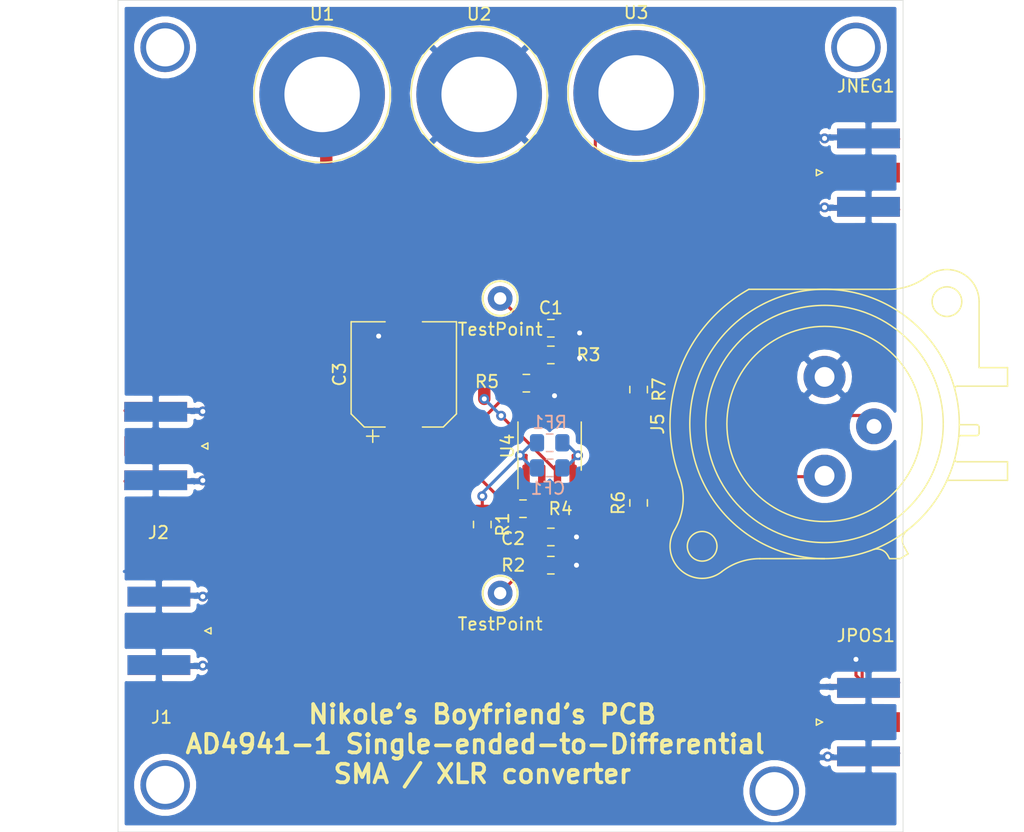
<source format=kicad_pcb>
(kicad_pcb (version 20171130) (host pcbnew "(5.1.6-0-10_14)")

  (general
    (thickness 1.6)
    (drawings 6)
    (tracks 142)
    (zones 0)
    (modules 27)
    (nets 13)
  )

  (page A4)
  (layers
    (0 F.Cu signal)
    (31 B.Cu signal hide)
    (32 B.Adhes user hide)
    (33 F.Adhes user hide)
    (34 B.Paste user hide)
    (35 F.Paste user hide)
    (36 B.SilkS user hide)
    (37 F.SilkS user)
    (38 B.Mask user hide)
    (39 F.Mask user)
    (40 Dwgs.User user)
    (41 Cmts.User user)
    (42 Eco1.User user)
    (43 Eco2.User user)
    (44 Edge.Cuts user)
    (45 Margin user)
    (46 B.CrtYd user hide)
    (47 F.CrtYd user)
    (48 B.Fab user hide)
    (49 F.Fab user hide)
  )

  (setup
    (last_trace_width 0.25)
    (trace_clearance 0.2)
    (zone_clearance 0.508)
    (zone_45_only no)
    (trace_min 0.2)
    (via_size 0.8)
    (via_drill 0.4)
    (via_min_size 0.4)
    (via_min_drill 0.3)
    (uvia_size 0.3)
    (uvia_drill 0.1)
    (uvias_allowed no)
    (uvia_min_size 0.2)
    (uvia_min_drill 0.1)
    (edge_width 0.05)
    (segment_width 0.2)
    (pcb_text_width 0.3)
    (pcb_text_size 1.5 1.5)
    (mod_edge_width 0.12)
    (mod_text_size 1 1)
    (mod_text_width 0.15)
    (pad_size 1.524 1.524)
    (pad_drill 0.762)
    (pad_to_mask_clearance 0.05)
    (aux_axis_origin 0 0)
    (visible_elements FFFFFF7F)
    (pcbplotparams
      (layerselection 0x010fc_ffffffff)
      (usegerberextensions false)
      (usegerberattributes true)
      (usegerberadvancedattributes true)
      (creategerberjobfile true)
      (excludeedgelayer true)
      (linewidth 0.100000)
      (plotframeref false)
      (viasonmask false)
      (mode 1)
      (useauxorigin false)
      (hpglpennumber 1)
      (hpglpenspeed 20)
      (hpglpendiameter 15.000000)
      (psnegative false)
      (psa4output false)
      (plotreference true)
      (plotvalue true)
      (plotinvisibletext false)
      (padsonsilk false)
      (subtractmaskfromsilk false)
      (outputformat 1)
      (mirror false)
      (drillshape 0)
      (scaleselection 1)
      (outputdirectory "gerbers/"))
  )

  (net 0 "")
  (net 1 GND)
  (net 2 /VOS2)
  (net 3 /VOS1)
  (net 4 /Vref)
  (net 5 "Net-(CF1-Pad2)")
  (net 6 /VoutP)
  (net 7 /Vin)
  (net 8 /VoutN)
  (net 9 VDD)
  (net 10 VSS)
  (net 11 /VoutN_1)
  (net 12 /VoutP_1)

  (net_class Default "This is the default net class."
    (clearance 0.2)
    (trace_width 0.25)
    (via_dia 0.8)
    (via_drill 0.4)
    (uvia_dia 0.3)
    (uvia_drill 0.1)
    (add_net /VOS1)
    (add_net /VOS2)
    (add_net /Vin)
    (add_net /VoutN)
    (add_net /VoutN_1)
    (add_net /VoutP)
    (add_net /VoutP_1)
    (add_net /Vref)
    (add_net GND)
    (add_net "Net-(CF1-Pad2)")
    (add_net VDD)
    (add_net VSS)
  )

  (module my_library_foot:m3_mounting_hole (layer F.Cu) (tedit 5F2DD124) (tstamp 5F3E8BEB)
    (at 271.78 100.33)
    (path /5F495F7E)
    (fp_text reference H4 (at 0 0.5) (layer F.SilkS)
      (effects (font (size 1 1) (thickness 0.15)))
    )
    (fp_text value MountingHole (at 0 -0.5) (layer F.Fab)
      (effects (font (size 1 1) (thickness 0.15)))
    )
    (pad 1 thru_hole circle (at 0 0) (size 4 4) (drill 3.08) (layers *.Cu *.Mask))
  )

  (module my_library_foot:m3_mounting_hole (layer F.Cu) (tedit 5F2DD124) (tstamp 5F3E8BE6)
    (at 265.176 160.528)
    (path /5F4951B8)
    (fp_text reference H3 (at 0 0.5) (layer F.SilkS)
      (effects (font (size 1 1) (thickness 0.15)))
    )
    (fp_text value MountingHole (at 0 -0.5) (layer F.Fab)
      (effects (font (size 1 1) (thickness 0.15)))
    )
    (pad 1 thru_hole circle (at 0 0) (size 4 4) (drill 3.08) (layers *.Cu *.Mask))
  )

  (module my_library_foot:m3_mounting_hole (layer F.Cu) (tedit 5F2DD124) (tstamp 5F3E8BE1)
    (at 215.9 160.02)
    (path /5F49581E)
    (fp_text reference H2 (at 0 0.5) (layer F.SilkS)
      (effects (font (size 1 1) (thickness 0.15)))
    )
    (fp_text value MountingHole (at 0 -0.5) (layer F.Fab)
      (effects (font (size 1 1) (thickness 0.15)))
    )
    (pad 1 thru_hole circle (at 0 0) (size 4 4) (drill 3.08) (layers *.Cu *.Mask))
  )

  (module my_library_foot:m3_mounting_hole (layer F.Cu) (tedit 5F2DD124) (tstamp 5F3E8BDC)
    (at 215.9 100.33)
    (path /5F49462A)
    (fp_text reference H1 (at 0 0.5) (layer F.SilkS)
      (effects (font (size 1 1) (thickness 0.15)))
    )
    (fp_text value MountingHole (at 0 -0.5) (layer F.Fab)
      (effects (font (size 1 1) (thickness 0.15)))
    )
    (pad 1 thru_hole circle (at 0 0) (size 4 4) (drill 3.08) (layers *.Cu *.Mask))
  )

  (module Capacitor_SMD:CP_Elec_8x10 (layer F.Cu) (tedit 5BCA39D0) (tstamp 5F3E677E)
    (at 235.204 126.798 90)
    (descr "SMD capacitor, aluminum electrolytic, Nichicon, 8.0x10mm")
    (tags "capacitor electrolytic")
    (path /5F3E1B43)
    (attr smd)
    (fp_text reference C3 (at 0 -5.2 90) (layer F.SilkS)
      (effects (font (size 1 1) (thickness 0.15)))
    )
    (fp_text value 100uF (at 0 5.2 90) (layer F.Fab)
      (effects (font (size 1 1) (thickness 0.15)))
    )
    (fp_line (start -5.25 1.5) (end -4.4 1.5) (layer F.CrtYd) (width 0.05))
    (fp_line (start -5.25 -1.5) (end -5.25 1.5) (layer F.CrtYd) (width 0.05))
    (fp_line (start -4.4 -1.5) (end -5.25 -1.5) (layer F.CrtYd) (width 0.05))
    (fp_line (start -4.4 1.5) (end -4.4 3.25) (layer F.CrtYd) (width 0.05))
    (fp_line (start -4.4 -3.25) (end -4.4 -1.5) (layer F.CrtYd) (width 0.05))
    (fp_line (start -4.4 -3.25) (end -3.25 -4.4) (layer F.CrtYd) (width 0.05))
    (fp_line (start -4.4 3.25) (end -3.25 4.4) (layer F.CrtYd) (width 0.05))
    (fp_line (start -3.25 -4.4) (end 4.4 -4.4) (layer F.CrtYd) (width 0.05))
    (fp_line (start -3.25 4.4) (end 4.4 4.4) (layer F.CrtYd) (width 0.05))
    (fp_line (start 4.4 1.5) (end 4.4 4.4) (layer F.CrtYd) (width 0.05))
    (fp_line (start 5.25 1.5) (end 4.4 1.5) (layer F.CrtYd) (width 0.05))
    (fp_line (start 5.25 -1.5) (end 5.25 1.5) (layer F.CrtYd) (width 0.05))
    (fp_line (start 4.4 -1.5) (end 5.25 -1.5) (layer F.CrtYd) (width 0.05))
    (fp_line (start 4.4 -4.4) (end 4.4 -1.5) (layer F.CrtYd) (width 0.05))
    (fp_line (start -5 -3.01) (end -5 -2.01) (layer F.SilkS) (width 0.12))
    (fp_line (start -5.5 -2.51) (end -4.5 -2.51) (layer F.SilkS) (width 0.12))
    (fp_line (start -4.26 3.195563) (end -3.195563 4.26) (layer F.SilkS) (width 0.12))
    (fp_line (start -4.26 -3.195563) (end -3.195563 -4.26) (layer F.SilkS) (width 0.12))
    (fp_line (start -4.26 -3.195563) (end -4.26 -1.51) (layer F.SilkS) (width 0.12))
    (fp_line (start -4.26 3.195563) (end -4.26 1.51) (layer F.SilkS) (width 0.12))
    (fp_line (start -3.195563 4.26) (end 4.26 4.26) (layer F.SilkS) (width 0.12))
    (fp_line (start -3.195563 -4.26) (end 4.26 -4.26) (layer F.SilkS) (width 0.12))
    (fp_line (start 4.26 -4.26) (end 4.26 -1.51) (layer F.SilkS) (width 0.12))
    (fp_line (start 4.26 4.26) (end 4.26 1.51) (layer F.SilkS) (width 0.12))
    (fp_line (start -3.162278 -1.9) (end -3.162278 -1.1) (layer F.Fab) (width 0.1))
    (fp_line (start -3.562278 -1.5) (end -2.762278 -1.5) (layer F.Fab) (width 0.1))
    (fp_line (start -4.15 3.15) (end -3.15 4.15) (layer F.Fab) (width 0.1))
    (fp_line (start -4.15 -3.15) (end -3.15 -4.15) (layer F.Fab) (width 0.1))
    (fp_line (start -4.15 -3.15) (end -4.15 3.15) (layer F.Fab) (width 0.1))
    (fp_line (start -3.15 4.15) (end 4.15 4.15) (layer F.Fab) (width 0.1))
    (fp_line (start -3.15 -4.15) (end 4.15 -4.15) (layer F.Fab) (width 0.1))
    (fp_line (start 4.15 -4.15) (end 4.15 4.15) (layer F.Fab) (width 0.1))
    (fp_circle (center 0 0) (end 4 0) (layer F.Fab) (width 0.1))
    (fp_text user %R (at 0 0 90) (layer F.Fab)
      (effects (font (size 1 1) (thickness 0.15)))
    )
    (pad 2 smd roundrect (at 3.25 0 90) (size 3.5 2.5) (layers F.Cu F.Paste F.Mask) (roundrect_rratio 0.1)
      (net 1 GND))
    (pad 1 smd roundrect (at -3.25 0 90) (size 3.5 2.5) (layers F.Cu F.Paste F.Mask) (roundrect_rratio 0.1)
      (net 4 /Vref))
    (model ${KISYS3DMOD}/Capacitor_SMD.3dshapes/CP_Elec_8x10.wrl
      (at (xyz 0 0 0))
      (scale (xyz 1 1 1))
      (rotate (xyz 0 0 0))
    )
  )

  (module Package_SO:SOIC-8_3.9x4.9mm_P1.27mm (layer F.Cu) (tedit 5D9F72B1) (tstamp 5F3DBA12)
    (at 247 132.6 90)
    (descr "SOIC, 8 Pin (JEDEC MS-012AA, https://www.analog.com/media/en/package-pcb-resources/package/pkg_pdf/soic_narrow-r/r_8.pdf), generated with kicad-footprint-generator ipc_gullwing_generator.py")
    (tags "SOIC SO")
    (path /5F3D0CAD)
    (attr smd)
    (fp_text reference U4 (at 0 -3.4 90) (layer F.SilkS)
      (effects (font (size 1 1) (thickness 0.15)))
    )
    (fp_text value ADA4941-1 (at 0 3.4 90) (layer F.Fab)
      (effects (font (size 1 1) (thickness 0.15)))
    )
    (fp_line (start 0 2.56) (end 1.95 2.56) (layer F.SilkS) (width 0.12))
    (fp_line (start 0 2.56) (end -1.95 2.56) (layer F.SilkS) (width 0.12))
    (fp_line (start 0 -2.56) (end 1.95 -2.56) (layer F.SilkS) (width 0.12))
    (fp_line (start 0 -2.56) (end -3.45 -2.56) (layer F.SilkS) (width 0.12))
    (fp_line (start -0.975 -2.45) (end 1.95 -2.45) (layer F.Fab) (width 0.1))
    (fp_line (start 1.95 -2.45) (end 1.95 2.45) (layer F.Fab) (width 0.1))
    (fp_line (start 1.95 2.45) (end -1.95 2.45) (layer F.Fab) (width 0.1))
    (fp_line (start -1.95 2.45) (end -1.95 -1.475) (layer F.Fab) (width 0.1))
    (fp_line (start -1.95 -1.475) (end -0.975 -2.45) (layer F.Fab) (width 0.1))
    (fp_line (start -3.7 -2.7) (end -3.7 2.7) (layer F.CrtYd) (width 0.05))
    (fp_line (start -3.7 2.7) (end 3.7 2.7) (layer F.CrtYd) (width 0.05))
    (fp_line (start 3.7 2.7) (end 3.7 -2.7) (layer F.CrtYd) (width 0.05))
    (fp_line (start 3.7 -2.7) (end -3.7 -2.7) (layer F.CrtYd) (width 0.05))
    (fp_text user %R (at 0 0 270) (layer F.Fab)
      (effects (font (size 0.98 0.98) (thickness 0.15)))
    )
    (pad 8 smd roundrect (at 2.475 -1.905 90) (size 1.95 0.6) (layers F.Cu F.Paste F.Mask) (roundrect_rratio 0.25)
      (net 2 /VOS2))
    (pad 7 smd roundrect (at 2.475 -0.635 90) (size 1.95 0.6) (layers F.Cu F.Paste F.Mask) (roundrect_rratio 0.25)
      (net 1 GND))
    (pad 6 smd roundrect (at 2.475 0.635 90) (size 1.95 0.6) (layers F.Cu F.Paste F.Mask) (roundrect_rratio 0.25)
      (net 10 VSS))
    (pad 5 smd roundrect (at 2.475 1.905 90) (size 1.95 0.6) (layers F.Cu F.Paste F.Mask) (roundrect_rratio 0.25)
      (net 8 /VoutN))
    (pad 4 smd roundrect (at -2.475 1.905 90) (size 1.95 0.6) (layers F.Cu F.Paste F.Mask) (roundrect_rratio 0.25)
      (net 6 /VoutP))
    (pad 3 smd roundrect (at -2.475 0.635 90) (size 1.95 0.6) (layers F.Cu F.Paste F.Mask) (roundrect_rratio 0.25)
      (net 9 VDD))
    (pad 2 smd roundrect (at -2.475 -0.635 90) (size 1.95 0.6) (layers F.Cu F.Paste F.Mask) (roundrect_rratio 0.25)
      (net 3 /VOS1))
    (pad 1 smd roundrect (at -2.475 -1.905 90) (size 1.95 0.6) (layers F.Cu F.Paste F.Mask) (roundrect_rratio 0.25)
      (net 5 "Net-(CF1-Pad2)"))
    (model ${KISYS3DMOD}/Package_SO.3dshapes/SOIC-8_3.9x4.9mm_P1.27mm.wrl
      (at (xyz 0 0 0))
      (scale (xyz 1 1 1))
      (rotate (xyz 0 0 0))
    )
  )

  (module Resistor_SMD:R_0805_2012Metric_Pad1.15x1.40mm_HandSolder (layer F.Cu) (tedit 5B36C52B) (tstamp 5F3DD799)
    (at 254.2 128.025 270)
    (descr "Resistor SMD 0805 (2012 Metric), square (rectangular) end terminal, IPC_7351 nominal with elongated pad for handsoldering. (Body size source: https://docs.google.com/spreadsheets/d/1BsfQQcO9C6DZCsRaXUlFlo91Tg2WpOkGARC1WS5S8t0/edit?usp=sharing), generated with kicad-footprint-generator")
    (tags "resistor handsolder")
    (path /5F42BD71)
    (attr smd)
    (fp_text reference R7 (at 0 -1.65 90) (layer F.SilkS)
      (effects (font (size 1 1) (thickness 0.15)))
    )
    (fp_text value 0R (at 0 1.65 90) (layer F.Fab)
      (effects (font (size 1 1) (thickness 0.15)))
    )
    (fp_line (start -1 0.6) (end -1 -0.6) (layer F.Fab) (width 0.1))
    (fp_line (start -1 -0.6) (end 1 -0.6) (layer F.Fab) (width 0.1))
    (fp_line (start 1 -0.6) (end 1 0.6) (layer F.Fab) (width 0.1))
    (fp_line (start 1 0.6) (end -1 0.6) (layer F.Fab) (width 0.1))
    (fp_line (start -0.261252 -0.71) (end 0.261252 -0.71) (layer F.SilkS) (width 0.12))
    (fp_line (start -0.261252 0.71) (end 0.261252 0.71) (layer F.SilkS) (width 0.12))
    (fp_line (start -1.85 0.95) (end -1.85 -0.95) (layer F.CrtYd) (width 0.05))
    (fp_line (start -1.85 -0.95) (end 1.85 -0.95) (layer F.CrtYd) (width 0.05))
    (fp_line (start 1.85 -0.95) (end 1.85 0.95) (layer F.CrtYd) (width 0.05))
    (fp_line (start 1.85 0.95) (end -1.85 0.95) (layer F.CrtYd) (width 0.05))
    (fp_text user %R (at 0 0 90) (layer F.Fab)
      (effects (font (size 0.5 0.5) (thickness 0.08)))
    )
    (pad 2 smd roundrect (at 1.025 0 270) (size 1.15 1.4) (layers F.Cu F.Paste F.Mask) (roundrect_rratio 0.217391)
      (net 8 /VoutN))
    (pad 1 smd roundrect (at -1.025 0 270) (size 1.15 1.4) (layers F.Cu F.Paste F.Mask) (roundrect_rratio 0.217391)
      (net 11 /VoutN_1))
    (model ${KISYS3DMOD}/Resistor_SMD.3dshapes/R_0805_2012Metric.wrl
      (at (xyz 0 0 0))
      (scale (xyz 1 1 1))
      (rotate (xyz 0 0 0))
    )
  )

  (module Resistor_SMD:R_0805_2012Metric_Pad1.15x1.40mm_HandSolder (layer F.Cu) (tedit 5B36C52B) (tstamp 5F3DD788)
    (at 254.2 137.2 90)
    (descr "Resistor SMD 0805 (2012 Metric), square (rectangular) end terminal, IPC_7351 nominal with elongated pad for handsoldering. (Body size source: https://docs.google.com/spreadsheets/d/1BsfQQcO9C6DZCsRaXUlFlo91Tg2WpOkGARC1WS5S8t0/edit?usp=sharing), generated with kicad-footprint-generator")
    (tags "resistor handsolder")
    (path /5F42859E)
    (attr smd)
    (fp_text reference R6 (at 0 -1.65 90) (layer F.SilkS)
      (effects (font (size 1 1) (thickness 0.15)))
    )
    (fp_text value 0R (at 0 1.65 90) (layer F.Fab)
      (effects (font (size 1 1) (thickness 0.15)))
    )
    (fp_line (start -1 0.6) (end -1 -0.6) (layer F.Fab) (width 0.1))
    (fp_line (start -1 -0.6) (end 1 -0.6) (layer F.Fab) (width 0.1))
    (fp_line (start 1 -0.6) (end 1 0.6) (layer F.Fab) (width 0.1))
    (fp_line (start 1 0.6) (end -1 0.6) (layer F.Fab) (width 0.1))
    (fp_line (start -0.261252 -0.71) (end 0.261252 -0.71) (layer F.SilkS) (width 0.12))
    (fp_line (start -0.261252 0.71) (end 0.261252 0.71) (layer F.SilkS) (width 0.12))
    (fp_line (start -1.85 0.95) (end -1.85 -0.95) (layer F.CrtYd) (width 0.05))
    (fp_line (start -1.85 -0.95) (end 1.85 -0.95) (layer F.CrtYd) (width 0.05))
    (fp_line (start 1.85 -0.95) (end 1.85 0.95) (layer F.CrtYd) (width 0.05))
    (fp_line (start 1.85 0.95) (end -1.85 0.95) (layer F.CrtYd) (width 0.05))
    (fp_text user %R (at 0 0 90) (layer F.Fab)
      (effects (font (size 0.5 0.5) (thickness 0.08)))
    )
    (pad 2 smd roundrect (at 1.025 0 90) (size 1.15 1.4) (layers F.Cu F.Paste F.Mask) (roundrect_rratio 0.217391)
      (net 6 /VoutP))
    (pad 1 smd roundrect (at -1.025 0 90) (size 1.15 1.4) (layers F.Cu F.Paste F.Mask) (roundrect_rratio 0.217391)
      (net 12 /VoutP_1))
    (model ${KISYS3DMOD}/Resistor_SMD.3dshapes/R_0805_2012Metric.wrl
      (at (xyz 0 0 0))
      (scale (xyz 1 1 1))
      (rotate (xyz 0 0 0))
    )
  )

  (module my_library_foot:TestPoint_Keystone_5000-5004_Miniature (layer F.Cu) (tedit 5EF69EC3) (tstamp 5F3DB00D)
    (at 243 120.65)
    (descr "Keystone Miniature THM Test Point 5000-5004, http://www.keyelco.com/product-pdf.cfm?p=1309")
    (tags "Through Hole Mount Test Points")
    (path /5F3D652C)
    (fp_text reference VOS2 (at 0.3175 -2.4765) (layer F.Fab)
      (effects (font (size 1 1) (thickness 0.15)))
    )
    (fp_text value TestPoint (at 0 2.5) (layer F.SilkS)
      (effects (font (size 1 1) (thickness 0.15)))
    )
    (fp_circle (center 0 0) (end 1.4 0) (layer F.SilkS) (width 0.15))
    (fp_circle (center 0 0) (end 1.25 0) (layer F.Fab) (width 0.15))
    (fp_circle (center 0 0) (end 1.65 0) (layer F.CrtYd) (width 0.05))
    (fp_line (start -0.75 0.25) (end -0.75 -0.25) (layer F.Fab) (width 0.15))
    (fp_line (start 0.75 0.25) (end -0.75 0.25) (layer F.Fab) (width 0.15))
    (fp_line (start 0.75 -0.25) (end 0.75 0.25) (layer F.Fab) (width 0.15))
    (fp_line (start -0.75 -0.25) (end 0.75 -0.25) (layer F.Fab) (width 0.15))
    (pad 1 thru_hole circle (at 0 0) (size 2 2) (drill 1) (layers *.Cu *.Mask)
      (net 2 /VOS2))
    (model ${KISYS3DMOD}/TestPoint.3dshapes/TestPoint_Keystone_5000-5004_Miniature.wrl
      (at (xyz 0 0 0))
      (scale (xyz 1 1 1))
      (rotate (xyz 0 0 0))
    )
  )

  (module my_library_foot:TestPoint_Keystone_5000-5004_Miniature (layer F.Cu) (tedit 5EF69EC3) (tstamp 5F3DB001)
    (at 243 144.5)
    (descr "Keystone Miniature THM Test Point 5000-5004, http://www.keyelco.com/product-pdf.cfm?p=1309")
    (tags "Through Hole Mount Test Points")
    (path /5F3D5B03)
    (fp_text reference VOS1 (at 0.3175 -2.4765) (layer F.Fab)
      (effects (font (size 1 1) (thickness 0.15)))
    )
    (fp_text value TestPoint (at 0 2.5) (layer F.SilkS)
      (effects (font (size 1 1) (thickness 0.15)))
    )
    (fp_circle (center 0 0) (end 1.4 0) (layer F.SilkS) (width 0.15))
    (fp_circle (center 0 0) (end 1.25 0) (layer F.Fab) (width 0.15))
    (fp_circle (center 0 0) (end 1.65 0) (layer F.CrtYd) (width 0.05))
    (fp_line (start -0.75 0.25) (end -0.75 -0.25) (layer F.Fab) (width 0.15))
    (fp_line (start 0.75 0.25) (end -0.75 0.25) (layer F.Fab) (width 0.15))
    (fp_line (start 0.75 -0.25) (end 0.75 0.25) (layer F.Fab) (width 0.15))
    (fp_line (start -0.75 -0.25) (end 0.75 -0.25) (layer F.Fab) (width 0.15))
    (pad 1 thru_hole circle (at 0 0) (size 2 2) (drill 1) (layers *.Cu *.Mask)
      (net 3 /VOS1))
    (model ${KISYS3DMOD}/TestPoint.3dshapes/TestPoint_Keystone_5000-5004_Miniature.wrl
      (at (xyz 0 0 0))
      (scale (xyz 1 1 1))
      (rotate (xyz 0 0 0))
    )
  )

  (module Connector:Banana_Jack_1Pin (layer F.Cu) (tedit 5A1AB217) (tstamp 5F3DAFCA)
    (at 254 104.013)
    (descr "Single banana socket, footprint - 6mm drill")
    (tags "banana socket")
    (path /5F3CE031)
    (fp_text reference U3 (at 0 -6.5) (layer F.SilkS)
      (effects (font (size 1 1) (thickness 0.15)))
    )
    (fp_text value PWR_JACK_NEG (at -0.25 6.5) (layer F.Fab)
      (effects (font (size 1 1) (thickness 0.15)))
    )
    (fp_circle (center 0 0) (end 5.75 0) (layer F.CrtYd) (width 0.05))
    (fp_circle (center 0 0) (end 2 0) (layer F.Fab) (width 0.1))
    (fp_circle (center 0 0) (end 4.85 0.05) (layer F.Fab) (width 0.1))
    (fp_circle (center 0 0) (end 5.5 0) (layer F.SilkS) (width 0.12))
    (fp_text user %R (at 0 0) (layer F.Fab)
      (effects (font (size 0.8 0.8) (thickness 0.12)))
    )
    (pad 1 thru_hole circle (at 0 0) (size 10.16 10.16) (drill 6.1) (layers *.Cu *.Mask)
      (net 10 VSS))
    (model ${KISYS3DMOD}/Connector.3dshapes/Banana_Jack_1Pin.wrl
      (at (xyz 0 0 0))
      (scale (xyz 2 2 2))
      (rotate (xyz 0 0 0))
    )
  )

  (module Connector:Banana_Jack_1Pin (layer F.Cu) (tedit 5A1AB217) (tstamp 5F3DAFC0)
    (at 241.3 104.14)
    (descr "Single banana socket, footprint - 6mm drill")
    (tags "banana socket")
    (path /5F3C9267)
    (fp_text reference U2 (at 0 -6.5) (layer F.SilkS)
      (effects (font (size 1 1) (thickness 0.15)))
    )
    (fp_text value PWR_JACK_GND (at -0.25 6.5) (layer F.Fab)
      (effects (font (size 1 1) (thickness 0.15)))
    )
    (fp_circle (center 0 0) (end 5.75 0) (layer F.CrtYd) (width 0.05))
    (fp_circle (center 0 0) (end 2 0) (layer F.Fab) (width 0.1))
    (fp_circle (center 0 0) (end 4.85 0.05) (layer F.Fab) (width 0.1))
    (fp_circle (center 0 0) (end 5.5 0) (layer F.SilkS) (width 0.12))
    (fp_text user %R (at 0 0) (layer F.Fab)
      (effects (font (size 0.8 0.8) (thickness 0.12)))
    )
    (pad 1 thru_hole circle (at 0 0) (size 10.16 10.16) (drill 6.1) (layers *.Cu *.Mask)
      (net 1 GND))
    (model ${KISYS3DMOD}/Connector.3dshapes/Banana_Jack_1Pin.wrl
      (at (xyz 0 0 0))
      (scale (xyz 2 2 2))
      (rotate (xyz 0 0 0))
    )
  )

  (module Connector:Banana_Jack_1Pin (layer F.Cu) (tedit 5A1AB217) (tstamp 5F3DAFB6)
    (at 228.6 104.14)
    (descr "Single banana socket, footprint - 6mm drill")
    (tags "banana socket")
    (path /5F3C9E36)
    (fp_text reference U1 (at 0 -6.5) (layer F.SilkS)
      (effects (font (size 1 1) (thickness 0.15)))
    )
    (fp_text value PWR_JACK_POS (at -0.25 6.5) (layer F.Fab)
      (effects (font (size 1 1) (thickness 0.15)))
    )
    (fp_circle (center 0 0) (end 5.75 0) (layer F.CrtYd) (width 0.05))
    (fp_circle (center 0 0) (end 2 0) (layer F.Fab) (width 0.1))
    (fp_circle (center 0 0) (end 4.85 0.05) (layer F.Fab) (width 0.1))
    (fp_circle (center 0 0) (end 5.5 0) (layer F.SilkS) (width 0.12))
    (fp_text user %R (at 0 0) (layer F.Fab)
      (effects (font (size 0.8 0.8) (thickness 0.12)))
    )
    (pad 1 thru_hole circle (at 0 0) (size 10.16 10.16) (drill 6.1) (layers *.Cu *.Mask)
      (net 9 VDD))
    (model ${KISYS3DMOD}/Connector.3dshapes/Banana_Jack_1Pin.wrl
      (at (xyz 0 0 0))
      (scale (xyz 2 2 2))
      (rotate (xyz 0 0 0))
    )
  )

  (module Resistor_SMD:R_0805_2012Metric_Pad1.15x1.40mm_HandSolder (layer B.Cu) (tedit 5B36C52B) (tstamp 5F3E08A5)
    (at 247.006 132.334 180)
    (descr "Resistor SMD 0805 (2012 Metric), square (rectangular) end terminal, IPC_7351 nominal with elongated pad for handsoldering. (Body size source: https://docs.google.com/spreadsheets/d/1BsfQQcO9C6DZCsRaXUlFlo91Tg2WpOkGARC1WS5S8t0/edit?usp=sharing), generated with kicad-footprint-generator")
    (tags "resistor handsolder")
    (path /5F3E80D0)
    (attr smd)
    (fp_text reference RF1 (at 0 1.65) (layer B.SilkS)
      (effects (font (size 1 1) (thickness 0.15)) (justify mirror))
    )
    (fp_text value R_US (at 0 -1.65) (layer B.Fab)
      (effects (font (size 1 1) (thickness 0.15)) (justify mirror))
    )
    (fp_line (start -1 -0.6) (end -1 0.6) (layer B.Fab) (width 0.1))
    (fp_line (start -1 0.6) (end 1 0.6) (layer B.Fab) (width 0.1))
    (fp_line (start 1 0.6) (end 1 -0.6) (layer B.Fab) (width 0.1))
    (fp_line (start 1 -0.6) (end -1 -0.6) (layer B.Fab) (width 0.1))
    (fp_line (start -0.261252 0.71) (end 0.261252 0.71) (layer B.SilkS) (width 0.12))
    (fp_line (start -0.261252 -0.71) (end 0.261252 -0.71) (layer B.SilkS) (width 0.12))
    (fp_line (start -1.85 -0.95) (end -1.85 0.95) (layer B.CrtYd) (width 0.05))
    (fp_line (start -1.85 0.95) (end 1.85 0.95) (layer B.CrtYd) (width 0.05))
    (fp_line (start 1.85 0.95) (end 1.85 -0.95) (layer B.CrtYd) (width 0.05))
    (fp_line (start 1.85 -0.95) (end -1.85 -0.95) (layer B.CrtYd) (width 0.05))
    (fp_text user %R (at 0 0) (layer B.Fab)
      (effects (font (size 0.5 0.5) (thickness 0.08)) (justify mirror))
    )
    (pad 2 smd roundrect (at 1.025 0 180) (size 1.15 1.4) (layers B.Cu B.Paste B.Mask) (roundrect_rratio 0.217391)
      (net 5 "Net-(CF1-Pad2)"))
    (pad 1 smd roundrect (at -1.025 0 180) (size 1.15 1.4) (layers B.Cu B.Paste B.Mask) (roundrect_rratio 0.217391)
      (net 6 /VoutP))
    (model ${KISYS3DMOD}/Resistor_SMD.3dshapes/R_0805_2012Metric.wrl
      (at (xyz 0 0 0))
      (scale (xyz 1 1 1))
      (rotate (xyz 0 0 0))
    )
  )

  (module Resistor_SMD:R_0805_2012Metric_Pad1.15x1.40mm_HandSolder (layer F.Cu) (tedit 5B36C52B) (tstamp 5F3DAF9B)
    (at 245.119 127.508)
    (descr "Resistor SMD 0805 (2012 Metric), square (rectangular) end terminal, IPC_7351 nominal with elongated pad for handsoldering. (Body size source: https://docs.google.com/spreadsheets/d/1BsfQQcO9C6DZCsRaXUlFlo91Tg2WpOkGARC1WS5S8t0/edit?usp=sharing), generated with kicad-footprint-generator")
    (tags "resistor handsolder")
    (path /5F3D5DA7)
    (attr smd)
    (fp_text reference R5 (at -3.184 -0.127) (layer F.SilkS)
      (effects (font (size 1 1) (thickness 0.15)))
    )
    (fp_text value R_US (at 0 1.65) (layer F.Fab)
      (effects (font (size 1 1) (thickness 0.15)))
    )
    (fp_line (start -1 0.6) (end -1 -0.6) (layer F.Fab) (width 0.1))
    (fp_line (start -1 -0.6) (end 1 -0.6) (layer F.Fab) (width 0.1))
    (fp_line (start 1 -0.6) (end 1 0.6) (layer F.Fab) (width 0.1))
    (fp_line (start 1 0.6) (end -1 0.6) (layer F.Fab) (width 0.1))
    (fp_line (start -0.261252 -0.71) (end 0.261252 -0.71) (layer F.SilkS) (width 0.12))
    (fp_line (start -0.261252 0.71) (end 0.261252 0.71) (layer F.SilkS) (width 0.12))
    (fp_line (start -1.85 0.95) (end -1.85 -0.95) (layer F.CrtYd) (width 0.05))
    (fp_line (start -1.85 -0.95) (end 1.85 -0.95) (layer F.CrtYd) (width 0.05))
    (fp_line (start 1.85 -0.95) (end 1.85 0.95) (layer F.CrtYd) (width 0.05))
    (fp_line (start 1.85 0.95) (end -1.85 0.95) (layer F.CrtYd) (width 0.05))
    (fp_text user %R (at 0 0) (layer F.Fab)
      (effects (font (size 0.5 0.5) (thickness 0.08)))
    )
    (pad 2 smd roundrect (at 1.025 0) (size 1.15 1.4) (layers F.Cu F.Paste F.Mask) (roundrect_rratio 0.217391)
      (net 2 /VOS2))
    (pad 1 smd roundrect (at -1.025 0) (size 1.15 1.4) (layers F.Cu F.Paste F.Mask) (roundrect_rratio 0.217391)
      (net 4 /Vref))
    (model ${KISYS3DMOD}/Resistor_SMD.3dshapes/R_0805_2012Metric.wrl
      (at (xyz 0 0 0))
      (scale (xyz 1 1 1))
      (rotate (xyz 0 0 0))
    )
  )

  (module Resistor_SMD:R_0805_2012Metric_Pad1.15x1.40mm_HandSolder (layer F.Cu) (tedit 5B36C52B) (tstamp 5F3E7645)
    (at 244.847 137.668)
    (descr "Resistor SMD 0805 (2012 Metric), square (rectangular) end terminal, IPC_7351 nominal with elongated pad for handsoldering. (Body size source: https://docs.google.com/spreadsheets/d/1BsfQQcO9C6DZCsRaXUlFlo91Tg2WpOkGARC1WS5S8t0/edit?usp=sharing), generated with kicad-footprint-generator")
    (tags "resistor handsolder")
    (path /5F3D4425)
    (attr smd)
    (fp_text reference R4 (at 3.039 0) (layer F.SilkS)
      (effects (font (size 1 1) (thickness 0.15)))
    )
    (fp_text value R_US (at 0 1.65) (layer F.Fab)
      (effects (font (size 1 1) (thickness 0.15)))
    )
    (fp_line (start -1 0.6) (end -1 -0.6) (layer F.Fab) (width 0.1))
    (fp_line (start -1 -0.6) (end 1 -0.6) (layer F.Fab) (width 0.1))
    (fp_line (start 1 -0.6) (end 1 0.6) (layer F.Fab) (width 0.1))
    (fp_line (start 1 0.6) (end -1 0.6) (layer F.Fab) (width 0.1))
    (fp_line (start -0.261252 -0.71) (end 0.261252 -0.71) (layer F.SilkS) (width 0.12))
    (fp_line (start -0.261252 0.71) (end 0.261252 0.71) (layer F.SilkS) (width 0.12))
    (fp_line (start -1.85 0.95) (end -1.85 -0.95) (layer F.CrtYd) (width 0.05))
    (fp_line (start -1.85 -0.95) (end 1.85 -0.95) (layer F.CrtYd) (width 0.05))
    (fp_line (start 1.85 -0.95) (end 1.85 0.95) (layer F.CrtYd) (width 0.05))
    (fp_line (start 1.85 0.95) (end -1.85 0.95) (layer F.CrtYd) (width 0.05))
    (fp_text user %R (at 0 0) (layer F.Fab)
      (effects (font (size 0.5 0.5) (thickness 0.08)))
    )
    (pad 2 smd roundrect (at 1.025 0) (size 1.15 1.4) (layers F.Cu F.Paste F.Mask) (roundrect_rratio 0.217391)
      (net 3 /VOS1))
    (pad 1 smd roundrect (at -1.025 0) (size 1.15 1.4) (layers F.Cu F.Paste F.Mask) (roundrect_rratio 0.217391)
      (net 4 /Vref))
    (model ${KISYS3DMOD}/Resistor_SMD.3dshapes/R_0805_2012Metric.wrl
      (at (xyz 0 0 0))
      (scale (xyz 1 1 1))
      (rotate (xyz 0 0 0))
    )
  )

  (module Resistor_SMD:R_0805_2012Metric_Pad1.15x1.40mm_HandSolder (layer F.Cu) (tedit 5B36C52B) (tstamp 5F3E825C)
    (at 247.1 125.222)
    (descr "Resistor SMD 0805 (2012 Metric), square (rectangular) end terminal, IPC_7351 nominal with elongated pad for handsoldering. (Body size source: https://docs.google.com/spreadsheets/d/1BsfQQcO9C6DZCsRaXUlFlo91Tg2WpOkGARC1WS5S8t0/edit?usp=sharing), generated with kicad-footprint-generator")
    (tags "resistor handsolder")
    (path /5F3D54E8)
    (attr smd)
    (fp_text reference R3 (at 3.048 -0.009) (layer F.SilkS)
      (effects (font (size 1 1) (thickness 0.15)))
    )
    (fp_text value R_US (at 0 1.65) (layer F.Fab)
      (effects (font (size 1 1) (thickness 0.15)))
    )
    (fp_line (start -1 0.6) (end -1 -0.6) (layer F.Fab) (width 0.1))
    (fp_line (start -1 -0.6) (end 1 -0.6) (layer F.Fab) (width 0.1))
    (fp_line (start 1 -0.6) (end 1 0.6) (layer F.Fab) (width 0.1))
    (fp_line (start 1 0.6) (end -1 0.6) (layer F.Fab) (width 0.1))
    (fp_line (start -0.261252 -0.71) (end 0.261252 -0.71) (layer F.SilkS) (width 0.12))
    (fp_line (start -0.261252 0.71) (end 0.261252 0.71) (layer F.SilkS) (width 0.12))
    (fp_line (start -1.85 0.95) (end -1.85 -0.95) (layer F.CrtYd) (width 0.05))
    (fp_line (start -1.85 -0.95) (end 1.85 -0.95) (layer F.CrtYd) (width 0.05))
    (fp_line (start 1.85 -0.95) (end 1.85 0.95) (layer F.CrtYd) (width 0.05))
    (fp_line (start 1.85 0.95) (end -1.85 0.95) (layer F.CrtYd) (width 0.05))
    (fp_text user %R (at 0 0) (layer F.Fab)
      (effects (font (size 0.5 0.5) (thickness 0.08)))
    )
    (pad 2 smd roundrect (at 1.025 0) (size 1.15 1.4) (layers F.Cu F.Paste F.Mask) (roundrect_rratio 0.217391)
      (net 1 GND))
    (pad 1 smd roundrect (at -1.025 0) (size 1.15 1.4) (layers F.Cu F.Paste F.Mask) (roundrect_rratio 0.217391)
      (net 2 /VOS2))
    (model ${KISYS3DMOD}/Resistor_SMD.3dshapes/R_0805_2012Metric.wrl
      (at (xyz 0 0 0))
      (scale (xyz 1 1 1))
      (rotate (xyz 0 0 0))
    )
  )

  (module Resistor_SMD:R_0805_2012Metric_Pad1.15x1.40mm_HandSolder (layer F.Cu) (tedit 5B36C52B) (tstamp 5F3E65B7)
    (at 247.1 142.24)
    (descr "Resistor SMD 0805 (2012 Metric), square (rectangular) end terminal, IPC_7351 nominal with elongated pad for handsoldering. (Body size source: https://docs.google.com/spreadsheets/d/1BsfQQcO9C6DZCsRaXUlFlo91Tg2WpOkGARC1WS5S8t0/edit?usp=sharing), generated with kicad-footprint-generator")
    (tags "resistor handsolder")
    (path /5F3D3CE8)
    (attr smd)
    (fp_text reference R2 (at -3.039 0) (layer F.SilkS)
      (effects (font (size 1 1) (thickness 0.15)))
    )
    (fp_text value R_US (at 0 1.65) (layer F.Fab)
      (effects (font (size 1 1) (thickness 0.15)))
    )
    (fp_line (start -1 0.6) (end -1 -0.6) (layer F.Fab) (width 0.1))
    (fp_line (start -1 -0.6) (end 1 -0.6) (layer F.Fab) (width 0.1))
    (fp_line (start 1 -0.6) (end 1 0.6) (layer F.Fab) (width 0.1))
    (fp_line (start 1 0.6) (end -1 0.6) (layer F.Fab) (width 0.1))
    (fp_line (start -0.261252 -0.71) (end 0.261252 -0.71) (layer F.SilkS) (width 0.12))
    (fp_line (start -0.261252 0.71) (end 0.261252 0.71) (layer F.SilkS) (width 0.12))
    (fp_line (start -1.85 0.95) (end -1.85 -0.95) (layer F.CrtYd) (width 0.05))
    (fp_line (start -1.85 -0.95) (end 1.85 -0.95) (layer F.CrtYd) (width 0.05))
    (fp_line (start 1.85 -0.95) (end 1.85 0.95) (layer F.CrtYd) (width 0.05))
    (fp_line (start 1.85 0.95) (end -1.85 0.95) (layer F.CrtYd) (width 0.05))
    (fp_text user %R (at 0 0) (layer F.Fab)
      (effects (font (size 0.5 0.5) (thickness 0.08)))
    )
    (pad 2 smd roundrect (at 1.025 0) (size 1.15 1.4) (layers F.Cu F.Paste F.Mask) (roundrect_rratio 0.217391)
      (net 1 GND))
    (pad 1 smd roundrect (at -1.025 0) (size 1.15 1.4) (layers F.Cu F.Paste F.Mask) (roundrect_rratio 0.217391)
      (net 3 /VOS1))
    (model ${KISYS3DMOD}/Resistor_SMD.3dshapes/R_0805_2012Metric.wrl
      (at (xyz 0 0 0))
      (scale (xyz 1 1 1))
      (rotate (xyz 0 0 0))
    )
  )

  (module Resistor_SMD:R_0805_2012Metric_Pad1.15x1.40mm_HandSolder (layer F.Cu) (tedit 5B36C52B) (tstamp 5F3DAF57)
    (at 241.554 138.947 270)
    (descr "Resistor SMD 0805 (2012 Metric), square (rectangular) end terminal, IPC_7351 nominal with elongated pad for handsoldering. (Body size source: https://docs.google.com/spreadsheets/d/1BsfQQcO9C6DZCsRaXUlFlo91Tg2WpOkGARC1WS5S8t0/edit?usp=sharing), generated with kicad-footprint-generator")
    (tags "resistor handsolder")
    (path /5F3E7798)
    (attr smd)
    (fp_text reference R1 (at 0 -1.65 90) (layer F.SilkS)
      (effects (font (size 1 1) (thickness 0.15)))
    )
    (fp_text value R_US (at 0 1.65 90) (layer F.Fab)
      (effects (font (size 1 1) (thickness 0.15)))
    )
    (fp_line (start -1 0.6) (end -1 -0.6) (layer F.Fab) (width 0.1))
    (fp_line (start -1 -0.6) (end 1 -0.6) (layer F.Fab) (width 0.1))
    (fp_line (start 1 -0.6) (end 1 0.6) (layer F.Fab) (width 0.1))
    (fp_line (start 1 0.6) (end -1 0.6) (layer F.Fab) (width 0.1))
    (fp_line (start -0.261252 -0.71) (end 0.261252 -0.71) (layer F.SilkS) (width 0.12))
    (fp_line (start -0.261252 0.71) (end 0.261252 0.71) (layer F.SilkS) (width 0.12))
    (fp_line (start -1.85 0.95) (end -1.85 -0.95) (layer F.CrtYd) (width 0.05))
    (fp_line (start -1.85 -0.95) (end 1.85 -0.95) (layer F.CrtYd) (width 0.05))
    (fp_line (start 1.85 -0.95) (end 1.85 0.95) (layer F.CrtYd) (width 0.05))
    (fp_line (start 1.85 0.95) (end -1.85 0.95) (layer F.CrtYd) (width 0.05))
    (fp_text user %R (at 0 0 90) (layer F.Fab)
      (effects (font (size 0.5 0.5) (thickness 0.08)))
    )
    (pad 2 smd roundrect (at 1.025 0 270) (size 1.15 1.4) (layers F.Cu F.Paste F.Mask) (roundrect_rratio 0.217391)
      (net 7 /Vin))
    (pad 1 smd roundrect (at -1.025 0 270) (size 1.15 1.4) (layers F.Cu F.Paste F.Mask) (roundrect_rratio 0.217391)
      (net 5 "Net-(CF1-Pad2)"))
    (model ${KISYS3DMOD}/Resistor_SMD.3dshapes/R_0805_2012Metric.wrl
      (at (xyz 0 0 0))
      (scale (xyz 1 1 1))
      (rotate (xyz 0 0 0))
    )
  )

  (module my_library_foot:CON-SMA-EDGE-S (layer F.Cu) (tedit 5EF64970) (tstamp 5F3DAF46)
    (at 271.076 154.94 180)
    (descr "Molex SMA RF Connectors, Edge Mount, (http://www.molex.com/pdm_docs/sd/732511150_sd.pdf)")
    (tags "sma edge")
    (path /5F3DC6C7)
    (attr smd)
    (fp_text reference JPOS1 (at -1.5 7) (layer F.SilkS)
      (effects (font (size 1 1) (thickness 0.15)))
    )
    (fp_text value Conn_Coaxial (at -1.72 -7.11) (layer F.Fab)
      (effects (font (size 1 1) (thickness 0.15)))
    )
    (fp_line (start -4.191 3.1595) (end -0.381 3.1595) (layer F.Fab) (width 0.12))
    (fp_line (start -0.381 2.3495) (end -0.381 3.1595) (layer F.Fab) (width 0.12))
    (fp_line (start -4.191 2.3495) (end -0.381 2.3495) (layer F.Fab) (width 0.12))
    (fp_line (start -4.191 0.3655) (end -0.381 0.3655) (layer F.Fab) (width 0.12))
    (fp_line (start -0.381 -0.4445) (end -0.381 0.3655) (layer F.Fab) (width 0.12))
    (fp_line (start -4.191 -0.4445) (end -0.381 -0.4445) (layer F.Fab) (width 0.12))
    (fp_line (start -0.4445 -3.2385) (end -0.4445 -2.4285) (layer F.Fab) (width 0.12))
    (fp_line (start -4.2545 -2.4285) (end -0.4445 -2.4285) (layer F.Fab) (width 0.12))
    (fp_line (start -4.2545 -3.2385) (end -0.4445 -3.2385) (layer F.Fab) (width 0.12))
    (fp_line (start -4.2545 -3.2385) (end -4.2555 3.175) (layer F.Fab) (width 0.12))
    (fp_line (start -5.9055 3.175) (end -4.2555 3.175) (layer F.Fab) (width 0.12))
    (fp_line (start -5.9055 -3.2385) (end -4.2555 -3.2385) (layer F.Fab) (width 0.12))
    (fp_line (start -5.9055 -3.18) (end -5.9055 3.18) (layer F.Fab) (width 0.12))
    (fp_line (start 2.5 0.25) (end 2.5 -0.25) (layer F.Fab) (width 0.1))
    (fp_line (start 2 0) (end 2.5 0.25) (layer F.Fab) (width 0.1))
    (fp_line (start 2.5 -0.25) (end 2 0) (layer F.Fab) (width 0.1))
    (fp_line (start 2.5 0.25) (end 2 0) (layer F.SilkS) (width 0.12))
    (fp_line (start 2.5 -0.25) (end 2.5 0.25) (layer F.SilkS) (width 0.12))
    (fp_line (start 2 0) (end 2.5 -0.25) (layer F.SilkS) (width 0.12))
    (fp_line (start -14.29 -6.09) (end -14.29 6.09) (layer F.CrtYd) (width 0.05))
    (fp_line (start -14.29 6.09) (end 2.71 6.09) (layer F.CrtYd) (width 0.05))
    (fp_line (start 2.71 -6.09) (end 2.71 6.09) (layer B.CrtYd) (width 0.05))
    (fp_line (start -14.29 -6.09) (end 2.71 -6.09) (layer B.CrtYd) (width 0.05))
    (fp_line (start -14.29 -6.09) (end -14.29 6.09) (layer B.CrtYd) (width 0.05))
    (fp_line (start -14.29 6.09) (end 2.71 6.09) (layer B.CrtYd) (width 0.05))
    (fp_line (start 2.71 -6.09) (end 2.71 6.09) (layer F.CrtYd) (width 0.05))
    (fp_line (start 2.71 -6.09) (end -14.29 -6.09) (layer F.CrtYd) (width 0.05))
    (fp_line (start -13.79 -2.65) (end -5.98 -2.65) (layer F.Fab) (width 0.1))
    (fp_line (start -13.79 -2.65) (end -13.79 2.65) (layer F.Fab) (width 0.1))
    (fp_line (start -13.79 2.65) (end -5.91 2.65) (layer F.Fab) (width 0.1))
    (fp_text user %R (at -1.5 7) (layer F.Fab)
      (effects (font (size 1 1) (thickness 0.15)))
    )
    (pad 2 smd rect (at 1.27 2.856 180) (size 0.95 0.46) (layers B.Cu)
      (net 1 GND))
    (pad 2 smd rect (at 1.27 -2.856 180) (size 0.95 0.46) (layers B.Cu)
      (net 1 GND))
    (pad 2 smd rect (at 1.27 2.856 180) (size 0.95 0.46) (layers F.Cu)
      (net 1 GND))
    (pad 2 smd rect (at 1.27 -2.856 180) (size 0.95 0.46) (layers F.Cu)
      (net 1 GND))
    (pad 2 smd rect (at -1.72 2.77 180) (size 5.08 1.6) (layers B.Cu B.Paste B.Mask)
      (net 1 GND))
    (pad 2 smd rect (at -1.72 -2.77 180) (size 5.08 1.6) (layers B.Cu B.Paste B.Mask)
      (net 1 GND))
    (pad 2 smd rect (at -1.72 2.77 180) (size 5.08 1.6) (layers F.Cu F.Paste F.Mask)
      (net 1 GND))
    (pad 2 smd rect (at -1.72 -2.77 180) (size 5.08 1.6) (layers F.Cu F.Paste F.Mask)
      (net 1 GND))
    (pad 1 smd rect (at -1.72 0 180) (size 5.08 1.6) (layers F.Cu F.Paste F.Mask)
      (net 12 /VoutP_1))
    (model ${KISYS3DMOD}/Connector_Coaxial.3dshapes/SMA_Molex_73251-1153_EdgeMount_Horizontal.wrl
      (at (xyz 0 0 0))
      (scale (xyz 1 1 1))
      (rotate (xyz 0 0 0))
    )
  )

  (module my_library_foot:CON-SMA-EDGE-S (layer F.Cu) (tedit 5EF64970) (tstamp 5F3DAF1A)
    (at 271.076 110.466 180)
    (descr "Molex SMA RF Connectors, Edge Mount, (http://www.molex.com/pdm_docs/sd/732511150_sd.pdf)")
    (tags "sma edge")
    (path /5F3DDA63)
    (attr smd)
    (fp_text reference JNEG1 (at -1.5 7) (layer F.SilkS)
      (effects (font (size 1 1) (thickness 0.15)))
    )
    (fp_text value Conn_Coaxial (at -1.72 -7.11) (layer F.Fab)
      (effects (font (size 1 1) (thickness 0.15)))
    )
    (fp_line (start -4.191 3.1595) (end -0.381 3.1595) (layer F.Fab) (width 0.12))
    (fp_line (start -0.381 2.3495) (end -0.381 3.1595) (layer F.Fab) (width 0.12))
    (fp_line (start -4.191 2.3495) (end -0.381 2.3495) (layer F.Fab) (width 0.12))
    (fp_line (start -4.191 0.3655) (end -0.381 0.3655) (layer F.Fab) (width 0.12))
    (fp_line (start -0.381 -0.4445) (end -0.381 0.3655) (layer F.Fab) (width 0.12))
    (fp_line (start -4.191 -0.4445) (end -0.381 -0.4445) (layer F.Fab) (width 0.12))
    (fp_line (start -0.4445 -3.2385) (end -0.4445 -2.4285) (layer F.Fab) (width 0.12))
    (fp_line (start -4.2545 -2.4285) (end -0.4445 -2.4285) (layer F.Fab) (width 0.12))
    (fp_line (start -4.2545 -3.2385) (end -0.4445 -3.2385) (layer F.Fab) (width 0.12))
    (fp_line (start -4.2545 -3.2385) (end -4.2555 3.175) (layer F.Fab) (width 0.12))
    (fp_line (start -5.9055 3.175) (end -4.2555 3.175) (layer F.Fab) (width 0.12))
    (fp_line (start -5.9055 -3.2385) (end -4.2555 -3.2385) (layer F.Fab) (width 0.12))
    (fp_line (start -5.9055 -3.18) (end -5.9055 3.18) (layer F.Fab) (width 0.12))
    (fp_line (start 2.5 0.25) (end 2.5 -0.25) (layer F.Fab) (width 0.1))
    (fp_line (start 2 0) (end 2.5 0.25) (layer F.Fab) (width 0.1))
    (fp_line (start 2.5 -0.25) (end 2 0) (layer F.Fab) (width 0.1))
    (fp_line (start 2.5 0.25) (end 2 0) (layer F.SilkS) (width 0.12))
    (fp_line (start 2.5 -0.25) (end 2.5 0.25) (layer F.SilkS) (width 0.12))
    (fp_line (start 2 0) (end 2.5 -0.25) (layer F.SilkS) (width 0.12))
    (fp_line (start -14.29 -6.09) (end -14.29 6.09) (layer F.CrtYd) (width 0.05))
    (fp_line (start -14.29 6.09) (end 2.71 6.09) (layer F.CrtYd) (width 0.05))
    (fp_line (start 2.71 -6.09) (end 2.71 6.09) (layer B.CrtYd) (width 0.05))
    (fp_line (start -14.29 -6.09) (end 2.71 -6.09) (layer B.CrtYd) (width 0.05))
    (fp_line (start -14.29 -6.09) (end -14.29 6.09) (layer B.CrtYd) (width 0.05))
    (fp_line (start -14.29 6.09) (end 2.71 6.09) (layer B.CrtYd) (width 0.05))
    (fp_line (start 2.71 -6.09) (end 2.71 6.09) (layer F.CrtYd) (width 0.05))
    (fp_line (start 2.71 -6.09) (end -14.29 -6.09) (layer F.CrtYd) (width 0.05))
    (fp_line (start -13.79 -2.65) (end -5.98 -2.65) (layer F.Fab) (width 0.1))
    (fp_line (start -13.79 -2.65) (end -13.79 2.65) (layer F.Fab) (width 0.1))
    (fp_line (start -13.79 2.65) (end -5.91 2.65) (layer F.Fab) (width 0.1))
    (fp_text user %R (at -1.5 7) (layer F.Fab)
      (effects (font (size 1 1) (thickness 0.15)))
    )
    (pad 2 smd rect (at 1.27 2.856 180) (size 0.95 0.46) (layers B.Cu)
      (net 1 GND))
    (pad 2 smd rect (at 1.27 -2.856 180) (size 0.95 0.46) (layers B.Cu)
      (net 1 GND))
    (pad 2 smd rect (at 1.27 2.856 180) (size 0.95 0.46) (layers F.Cu)
      (net 1 GND))
    (pad 2 smd rect (at 1.27 -2.856 180) (size 0.95 0.46) (layers F.Cu)
      (net 1 GND))
    (pad 2 smd rect (at -1.72 2.77 180) (size 5.08 1.6) (layers B.Cu B.Paste B.Mask)
      (net 1 GND))
    (pad 2 smd rect (at -1.72 -2.77 180) (size 5.08 1.6) (layers B.Cu B.Paste B.Mask)
      (net 1 GND))
    (pad 2 smd rect (at -1.72 2.77 180) (size 5.08 1.6) (layers F.Cu F.Paste F.Mask)
      (net 1 GND))
    (pad 2 smd rect (at -1.72 -2.77 180) (size 5.08 1.6) (layers F.Cu F.Paste F.Mask)
      (net 1 GND))
    (pad 1 smd rect (at -1.72 0 180) (size 5.08 1.6) (layers F.Cu F.Paste F.Mask)
      (net 11 /VoutN_1))
    (model ${KISYS3DMOD}/Connector_Coaxial.3dshapes/SMA_Molex_73251-1153_EdgeMount_Horizontal.wrl
      (at (xyz 0 0 0))
      (scale (xyz 1 1 1))
      (rotate (xyz 0 0 0))
    )
  )

  (module my_library_foot:Jack_XLR_Switchcraft (layer F.Cu) (tedit 5F3D52B9) (tstamp 5F3DAEC2)
    (at 269.24 127 90)
    (descr "AA Series, 3 pole female receptacle, grounding: mating connector shell to pin1 and front panel, vertical PCB mount, retention spring instead of latch, https://www.neutrik.com/en/product/nc3faav1-0")
    (tags "neutrik xlr aa")
    (path /5F3E3621)
    (fp_text reference J5 (at -3.81 -13.5 90) (layer F.SilkS)
      (effects (font (size 1 1) (thickness 0.15)))
    )
    (fp_text value XLR3 (at -3.81 16 90) (layer F.Fab)
      (effects (font (size 1 1) (thickness 0.15)))
    )
    (fp_circle (center 6.09 9.9) (end 7.29 9.9) (layer F.Fab) (width 0.1))
    (fp_circle (center -3.81 0) (end 4.09 0) (layer F.Fab) (width 0.1))
    (fp_circle (center -3.81 0) (end 5.79 0) (layer F.Fab) (width 0.1))
    (fp_circle (center -3.81 0) (end 7.09 0) (layer F.Fab) (width 0.1))
    (fp_line (start -3.87 10.9) (end -3.87 12.3) (layer F.Fab) (width 0.1))
    (fp_line (start -4.75 11.04) (end -4.75 12.3) (layer F.Fab) (width 0.1))
    (fp_line (start -6.87 14.8) (end -6.87 10.73) (layer F.Fab) (width 0.1))
    (fp_line (start -8.37 10.03) (end -8.37 14.8) (layer F.Fab) (width 0.1))
    (fp_line (start -14.71 0) (end -14.71 -5.24) (layer F.Fab) (width 0.1))
    (fp_line (start -14.71 6.12) (end -14.71 5.26) (layer F.Fab) (width 0.1))
    (fp_line (start 0.75 12.5) (end 6.09 12.5) (layer F.Fab) (width 0.1))
    (fp_line (start -4.07 12.5) (end -4.55 12.5) (layer F.Fab) (width 0.1))
    (fp_line (start 0.75 14.8) (end -0.75 14.8) (layer F.Fab) (width 0.1))
    (fp_line (start -6.87 14.8) (end -8.37 14.8) (layer F.Fab) (width 0.1))
    (fp_circle (center -13.71 -9.9) (end -12.51 -9.9) (layer F.Fab) (width 0.1))
    (fp_line (start -0.75 10.73) (end -0.75 10.73) (layer F.Fab) (width 0.1))
    (fp_line (start 7.09 5.24) (end 7.09 -6.12) (layer F.Fab) (width 0.1))
    (fp_line (start 0.75 14.8) (end 0.75 12.5) (layer F.Fab) (width 0.1))
    (fp_line (start -0.75 14.8) (end -0.75 10.73) (layer F.Fab) (width 0.1))
    (fp_line (start -13.71 6.42) (end -14.32 6.76) (layer F.Fab) (width 0.1))
    (fp_line (start -14.71 5.26) (end -14.44 5.11) (layer F.Fab) (width 0.1))
    (fp_line (start -16.8 -13.2) (end 9.2 -13.2) (layer F.CrtYd) (width 0.05))
    (fp_line (start 9.2 -13.2) (end 9.2 15.3) (layer F.CrtYd) (width 0.05))
    (fp_line (start 9.2 15.3) (end -16.8 15.3) (layer F.CrtYd) (width 0.05))
    (fp_line (start -16.8 15.3) (end -16.8 -13.2) (layer F.CrtYd) (width 0.05))
    (fp_line (start -14.32 6.76) (end -14.71 6.12) (layer F.Fab) (width 0.1))
    (fp_circle (center 6.09 9.9) (end 7.29 9.9) (layer F.SilkS) (width 0.12))
    (fp_circle (center -3.81 0) (end 5.79 0) (layer F.SilkS) (width 0.12))
    (fp_circle (center -3.81 0) (end 7.09 0) (layer F.SilkS) (width 0.12))
    (fp_line (start -3.87 10.9) (end -3.87 12.3) (layer F.SilkS) (width 0.12))
    (fp_line (start -4.75 11.04) (end -4.75 12.3) (layer F.SilkS) (width 0.12))
    (fp_line (start -6.87 14.8) (end -6.87 10.73) (layer F.SilkS) (width 0.12))
    (fp_line (start -8.37 10.03) (end -8.37 14.8) (layer F.SilkS) (width 0.12))
    (fp_line (start -14.71 0) (end -14.71 -5.24) (layer F.SilkS) (width 0.12))
    (fp_line (start -14.71 6.12) (end -14.71 5.26) (layer F.SilkS) (width 0.12))
    (fp_line (start 0.75 12.5) (end 6.09 12.5) (layer F.SilkS) (width 0.12))
    (fp_line (start -4.07 12.5) (end -4.55 12.5) (layer F.SilkS) (width 0.12))
    (fp_line (start 0.75 14.8) (end -0.75 14.8) (layer F.SilkS) (width 0.12))
    (fp_line (start -6.87 14.8) (end -8.37 14.8) (layer F.SilkS) (width 0.12))
    (fp_circle (center -13.71 -9.9) (end -12.51 -9.9) (layer F.SilkS) (width 0.12))
    (fp_line (start -0.75 10.73) (end -0.75 10.73) (layer F.SilkS) (width 0.12))
    (fp_line (start 7.09 5.24) (end 7.09 -6.12) (layer F.SilkS) (width 0.12))
    (fp_line (start 0.75 14.8) (end 0.75 12.5) (layer F.SilkS) (width 0.12))
    (fp_line (start -0.75 14.8) (end -0.75 10.73) (layer F.SilkS) (width 0.12))
    (fp_line (start -13.71 6.42) (end -14.32 6.76) (layer F.SilkS) (width 0.12))
    (fp_line (start -14.71 5.26) (end -14.44 5.11) (layer F.SilkS) (width 0.12))
    (fp_line (start -14.32 6.76) (end -14.71 6.12) (layer F.SilkS) (width 0.12))
    (fp_circle (center -3.81 0) (end 4.09 0) (layer F.SilkS) (width 0.12))
    (fp_arc (start -8.57 10.02) (end -8.37 10.03) (angle -51) (layer F.SilkS) (width 0.12))
    (fp_arc (start -13.22 7.31) (end -13.71 6.42) (angle 81.5) (layer F.SilkS) (width 0.12))
    (fp_arc (start -4.95 11.04) (end -4.75 11.04) (angle -78) (layer F.SilkS) (width 0.12))
    (fp_arc (start -4.55 12.3) (end -4.75 12.3) (angle -90) (layer F.SilkS) (width 0.12))
    (fp_arc (start -4.07 12.3) (end -4.07 12.5) (angle -90) (layer F.SilkS) (width 0.12))
    (fp_arc (start -0.96 10.73) (end -0.75 10.73) (angle -87) (layer F.SilkS) (width 0.12))
    (fp_arc (start -6.66 10.73) (end -6.87 10.73) (angle 85) (layer F.SilkS) (width 0.12))
    (fp_arc (start -14.92 4.24) (end -14.44 5.11) (angle -78) (layer F.SilkS) (width 0.12))
    (fp_arc (start -3.81 0) (end 7.09 -6.12) (angle -80.9) (layer F.SilkS) (width 0.12))
    (fp_arc (start -19.72 -5.24) (end -14.71 -5.24) (angle -37.9) (layer F.SilkS) (width 0.12))
    (fp_arc (start -13.71 -9.9) (end -12.38 -12.13) (angle -158.6) (layer F.SilkS) (width 0.12))
    (fp_arc (start -9.83 -16.44) (end -12.38 -12.13) (angle -50.6) (layer F.SilkS) (width 0.12))
    (fp_arc (start 6.09 9.9) (end 6.09 12.5) (angle -127.9) (layer F.SilkS) (width 0.12))
    (fp_arc (start 12.08 5.24) (end 7.09 5.24) (angle -37.9) (layer F.SilkS) (width 0.12))
    (fp_text user %R (at -3.81 -1 90) (layer F.Fab)
      (effects (font (size 1 1) (thickness 0.15)))
    )
    (fp_arc (start -8.57 10.02) (end -8.37 10.03) (angle -51) (layer F.Fab) (width 0.1))
    (fp_arc (start -13.22 7.31) (end -13.71 6.42) (angle 81.5) (layer F.Fab) (width 0.1))
    (fp_arc (start -4.95 11.04) (end -4.75 11.04) (angle -78) (layer F.Fab) (width 0.1))
    (fp_arc (start -4.55 12.3) (end -4.75 12.3) (angle -90) (layer F.Fab) (width 0.1))
    (fp_arc (start -4.07 12.3) (end -4.07 12.5) (angle -90) (layer F.Fab) (width 0.1))
    (fp_arc (start -0.96 10.73) (end -0.75 10.73) (angle -87) (layer F.Fab) (width 0.1))
    (fp_arc (start -6.66 10.73) (end -6.87 10.73) (angle 85) (layer F.Fab) (width 0.1))
    (fp_arc (start -14.92 4.24) (end -14.44 5.11) (angle -78) (layer F.Fab) (width 0.1))
    (fp_arc (start -3.81 0) (end 7.09 -6.12) (angle -80.9) (layer F.Fab) (width 0.1))
    (fp_arc (start -19.72 -5.24) (end -14.71 -5.24) (angle -37.9) (layer F.Fab) (width 0.1))
    (fp_arc (start -13.71 -9.9) (end -12.38 -12.13) (angle -158.6) (layer F.Fab) (width 0.1))
    (fp_arc (start -9.83 -16.44) (end -12.38 -12.13) (angle -50.6) (layer F.Fab) (width 0.1))
    (fp_arc (start 6.09 9.9) (end 6.09 12.5) (angle -127.9) (layer F.Fab) (width 0.1))
    (fp_arc (start 12.08 5.24) (end 7.09 5.24) (angle -37.9) (layer F.Fab) (width 0.1))
    (pad 3 thru_hole circle (at -4 4 90) (size 2.9 2.9) (drill 1.2) (layers *.Cu *.Mask)
      (net 8 /VoutN))
    (pad 1 thru_hole circle (at 0 0 90) (size 3.4 3.4) (drill 1.6) (layers *.Cu *.Mask)
      (net 1 GND))
    (pad 2 thru_hole circle (at -8 0 90) (size 3.4 3.4) (drill 1.6) (layers *.Cu *.Mask)
      (net 6 /VoutP))
    (model ${KISYS3DMOD}/Connector_Audio.3dshapes/Jack_XLR_Neutrik_NC3FAAV1-0_Vertical.wrl
      (at (xyz 0 0 0))
      (scale (xyz 1 1 1))
      (rotate (xyz 0 0 0))
    )
  )

  (module my_library_foot:CON-SMA-EDGE-S (layer F.Cu) (tedit 5EF64970) (tstamp 5F3DAE6E)
    (at 216.858 132.6)
    (descr "Molex SMA RF Connectors, Edge Mount, (http://www.molex.com/pdm_docs/sd/732511150_sd.pdf)")
    (tags "sma edge")
    (path /5F3E2B11)
    (attr smd)
    (fp_text reference J2 (at -1.5 7) (layer F.SilkS)
      (effects (font (size 1 1) (thickness 0.15)))
    )
    (fp_text value Conn_Coaxial (at -1.72 -7.11) (layer F.Fab)
      (effects (font (size 1 1) (thickness 0.15)))
    )
    (fp_line (start -4.191 3.1595) (end -0.381 3.1595) (layer F.Fab) (width 0.12))
    (fp_line (start -0.381 2.3495) (end -0.381 3.1595) (layer F.Fab) (width 0.12))
    (fp_line (start -4.191 2.3495) (end -0.381 2.3495) (layer F.Fab) (width 0.12))
    (fp_line (start -4.191 0.3655) (end -0.381 0.3655) (layer F.Fab) (width 0.12))
    (fp_line (start -0.381 -0.4445) (end -0.381 0.3655) (layer F.Fab) (width 0.12))
    (fp_line (start -4.191 -0.4445) (end -0.381 -0.4445) (layer F.Fab) (width 0.12))
    (fp_line (start -0.4445 -3.2385) (end -0.4445 -2.4285) (layer F.Fab) (width 0.12))
    (fp_line (start -4.2545 -2.4285) (end -0.4445 -2.4285) (layer F.Fab) (width 0.12))
    (fp_line (start -4.2545 -3.2385) (end -0.4445 -3.2385) (layer F.Fab) (width 0.12))
    (fp_line (start -4.2545 -3.2385) (end -4.2555 3.175) (layer F.Fab) (width 0.12))
    (fp_line (start -5.9055 3.175) (end -4.2555 3.175) (layer F.Fab) (width 0.12))
    (fp_line (start -5.9055 -3.2385) (end -4.2555 -3.2385) (layer F.Fab) (width 0.12))
    (fp_line (start -5.9055 -3.18) (end -5.9055 3.18) (layer F.Fab) (width 0.12))
    (fp_line (start 2.5 0.25) (end 2.5 -0.25) (layer F.Fab) (width 0.1))
    (fp_line (start 2 0) (end 2.5 0.25) (layer F.Fab) (width 0.1))
    (fp_line (start 2.5 -0.25) (end 2 0) (layer F.Fab) (width 0.1))
    (fp_line (start 2.5 0.25) (end 2 0) (layer F.SilkS) (width 0.12))
    (fp_line (start 2.5 -0.25) (end 2.5 0.25) (layer F.SilkS) (width 0.12))
    (fp_line (start 2 0) (end 2.5 -0.25) (layer F.SilkS) (width 0.12))
    (fp_line (start -14.29 -6.09) (end -14.29 6.09) (layer F.CrtYd) (width 0.05))
    (fp_line (start -14.29 6.09) (end 2.71 6.09) (layer F.CrtYd) (width 0.05))
    (fp_line (start 2.71 -6.09) (end 2.71 6.09) (layer B.CrtYd) (width 0.05))
    (fp_line (start -14.29 -6.09) (end 2.71 -6.09) (layer B.CrtYd) (width 0.05))
    (fp_line (start -14.29 -6.09) (end -14.29 6.09) (layer B.CrtYd) (width 0.05))
    (fp_line (start -14.29 6.09) (end 2.71 6.09) (layer B.CrtYd) (width 0.05))
    (fp_line (start 2.71 -6.09) (end 2.71 6.09) (layer F.CrtYd) (width 0.05))
    (fp_line (start 2.71 -6.09) (end -14.29 -6.09) (layer F.CrtYd) (width 0.05))
    (fp_line (start -13.79 -2.65) (end -5.98 -2.65) (layer F.Fab) (width 0.1))
    (fp_line (start -13.79 -2.65) (end -13.79 2.65) (layer F.Fab) (width 0.1))
    (fp_line (start -13.79 2.65) (end -5.91 2.65) (layer F.Fab) (width 0.1))
    (fp_text user %R (at -1.5 7) (layer F.Fab)
      (effects (font (size 1 1) (thickness 0.15)))
    )
    (pad 2 smd rect (at 1.27 2.856) (size 0.95 0.46) (layers B.Cu)
      (net 1 GND))
    (pad 2 smd rect (at 1.27 -2.856) (size 0.95 0.46) (layers B.Cu)
      (net 1 GND))
    (pad 2 smd rect (at 1.27 2.856) (size 0.95 0.46) (layers F.Cu)
      (net 1 GND))
    (pad 2 smd rect (at 1.27 -2.856) (size 0.95 0.46) (layers F.Cu)
      (net 1 GND))
    (pad 2 smd rect (at -1.72 2.77) (size 5.08 1.6) (layers B.Cu B.Paste B.Mask)
      (net 1 GND))
    (pad 2 smd rect (at -1.72 -2.77) (size 5.08 1.6) (layers B.Cu B.Paste B.Mask)
      (net 1 GND))
    (pad 2 smd rect (at -1.72 2.77) (size 5.08 1.6) (layers F.Cu F.Paste F.Mask)
      (net 1 GND))
    (pad 2 smd rect (at -1.72 -2.77) (size 5.08 1.6) (layers F.Cu F.Paste F.Mask)
      (net 1 GND))
    (pad 1 smd rect (at -1.72 0) (size 5.08 1.6) (layers F.Cu F.Paste F.Mask)
      (net 4 /Vref))
    (model ${KISYS3DMOD}/Connector_Coaxial.3dshapes/SMA_Molex_73251-1153_EdgeMount_Horizontal.wrl
      (at (xyz 0 0 0))
      (scale (xyz 1 1 1))
      (rotate (xyz 0 0 0))
    )
  )

  (module my_library_foot:CON-SMA-EDGE-S (layer F.Cu) (tedit 5EF64970) (tstamp 5F3DAE42)
    (at 217.112 147.55)
    (descr "Molex SMA RF Connectors, Edge Mount, (http://www.molex.com/pdm_docs/sd/732511150_sd.pdf)")
    (tags "sma edge")
    (path /5F3DE092)
    (attr smd)
    (fp_text reference J1 (at -1.5 7) (layer F.SilkS)
      (effects (font (size 1 1) (thickness 0.15)))
    )
    (fp_text value Conn_Coaxial (at -1.72 -7.11) (layer F.Fab)
      (effects (font (size 1 1) (thickness 0.15)))
    )
    (fp_line (start -4.191 3.1595) (end -0.381 3.1595) (layer F.Fab) (width 0.12))
    (fp_line (start -0.381 2.3495) (end -0.381 3.1595) (layer F.Fab) (width 0.12))
    (fp_line (start -4.191 2.3495) (end -0.381 2.3495) (layer F.Fab) (width 0.12))
    (fp_line (start -4.191 0.3655) (end -0.381 0.3655) (layer F.Fab) (width 0.12))
    (fp_line (start -0.381 -0.4445) (end -0.381 0.3655) (layer F.Fab) (width 0.12))
    (fp_line (start -4.191 -0.4445) (end -0.381 -0.4445) (layer F.Fab) (width 0.12))
    (fp_line (start -0.4445 -3.2385) (end -0.4445 -2.4285) (layer F.Fab) (width 0.12))
    (fp_line (start -4.2545 -2.4285) (end -0.4445 -2.4285) (layer F.Fab) (width 0.12))
    (fp_line (start -4.2545 -3.2385) (end -0.4445 -3.2385) (layer F.Fab) (width 0.12))
    (fp_line (start -4.2545 -3.2385) (end -4.2555 3.175) (layer F.Fab) (width 0.12))
    (fp_line (start -5.9055 3.175) (end -4.2555 3.175) (layer F.Fab) (width 0.12))
    (fp_line (start -5.9055 -3.2385) (end -4.2555 -3.2385) (layer F.Fab) (width 0.12))
    (fp_line (start -5.9055 -3.18) (end -5.9055 3.18) (layer F.Fab) (width 0.12))
    (fp_line (start 2.5 0.25) (end 2.5 -0.25) (layer F.Fab) (width 0.1))
    (fp_line (start 2 0) (end 2.5 0.25) (layer F.Fab) (width 0.1))
    (fp_line (start 2.5 -0.25) (end 2 0) (layer F.Fab) (width 0.1))
    (fp_line (start 2.5 0.25) (end 2 0) (layer F.SilkS) (width 0.12))
    (fp_line (start 2.5 -0.25) (end 2.5 0.25) (layer F.SilkS) (width 0.12))
    (fp_line (start 2 0) (end 2.5 -0.25) (layer F.SilkS) (width 0.12))
    (fp_line (start -14.29 -6.09) (end -14.29 6.09) (layer F.CrtYd) (width 0.05))
    (fp_line (start -14.29 6.09) (end 2.71 6.09) (layer F.CrtYd) (width 0.05))
    (fp_line (start 2.71 -6.09) (end 2.71 6.09) (layer B.CrtYd) (width 0.05))
    (fp_line (start -14.29 -6.09) (end 2.71 -6.09) (layer B.CrtYd) (width 0.05))
    (fp_line (start -14.29 -6.09) (end -14.29 6.09) (layer B.CrtYd) (width 0.05))
    (fp_line (start -14.29 6.09) (end 2.71 6.09) (layer B.CrtYd) (width 0.05))
    (fp_line (start 2.71 -6.09) (end 2.71 6.09) (layer F.CrtYd) (width 0.05))
    (fp_line (start 2.71 -6.09) (end -14.29 -6.09) (layer F.CrtYd) (width 0.05))
    (fp_line (start -13.79 -2.65) (end -5.98 -2.65) (layer F.Fab) (width 0.1))
    (fp_line (start -13.79 -2.65) (end -13.79 2.65) (layer F.Fab) (width 0.1))
    (fp_line (start -13.79 2.65) (end -5.91 2.65) (layer F.Fab) (width 0.1))
    (fp_text user %R (at -1.5 7) (layer F.Fab)
      (effects (font (size 1 1) (thickness 0.15)))
    )
    (pad 2 smd rect (at 1.27 2.856) (size 0.95 0.46) (layers B.Cu)
      (net 1 GND))
    (pad 2 smd rect (at 1.27 -2.856) (size 0.95 0.46) (layers B.Cu)
      (net 1 GND))
    (pad 2 smd rect (at 1.27 2.856) (size 0.95 0.46) (layers F.Cu)
      (net 1 GND))
    (pad 2 smd rect (at 1.27 -2.856) (size 0.95 0.46) (layers F.Cu)
      (net 1 GND))
    (pad 2 smd rect (at -1.72 2.77) (size 5.08 1.6) (layers B.Cu B.Paste B.Mask)
      (net 1 GND))
    (pad 2 smd rect (at -1.72 -2.77) (size 5.08 1.6) (layers B.Cu B.Paste B.Mask)
      (net 1 GND))
    (pad 2 smd rect (at -1.72 2.77) (size 5.08 1.6) (layers F.Cu F.Paste F.Mask)
      (net 1 GND))
    (pad 2 smd rect (at -1.72 -2.77) (size 5.08 1.6) (layers F.Cu F.Paste F.Mask)
      (net 1 GND))
    (pad 1 smd rect (at -1.72 0) (size 5.08 1.6) (layers F.Cu F.Paste F.Mask)
      (net 7 /Vin))
    (model ${KISYS3DMOD}/Connector_Coaxial.3dshapes/SMA_Molex_73251-1153_EdgeMount_Horizontal.wrl
      (at (xyz 0 0 0))
      (scale (xyz 1 1 1))
      (rotate (xyz 0 0 0))
    )
  )

  (module Capacitor_SMD:C_0805_2012Metric_Pad1.15x1.40mm_HandSolder (layer B.Cu) (tedit 5B36C52B) (tstamp 5F3E0929)
    (at 247.006 134.366 180)
    (descr "Capacitor SMD 0805 (2012 Metric), square (rectangular) end terminal, IPC_7351 nominal with elongated pad for handsoldering. (Body size source: https://docs.google.com/spreadsheets/d/1BsfQQcO9C6DZCsRaXUlFlo91Tg2WpOkGARC1WS5S8t0/edit?usp=sharing), generated with kicad-footprint-generator")
    (tags "capacitor handsolder")
    (path /5F3D2A09)
    (attr smd)
    (fp_text reference CF1 (at 0.136 -1.651) (layer B.SilkS)
      (effects (font (size 1 1) (thickness 0.15)) (justify mirror))
    )
    (fp_text value ? (at 0 -1.65) (layer B.Fab)
      (effects (font (size 1 1) (thickness 0.15)) (justify mirror))
    )
    (fp_line (start -1 -0.6) (end -1 0.6) (layer B.Fab) (width 0.1))
    (fp_line (start -1 0.6) (end 1 0.6) (layer B.Fab) (width 0.1))
    (fp_line (start 1 0.6) (end 1 -0.6) (layer B.Fab) (width 0.1))
    (fp_line (start 1 -0.6) (end -1 -0.6) (layer B.Fab) (width 0.1))
    (fp_line (start -0.261252 0.71) (end 0.261252 0.71) (layer B.SilkS) (width 0.12))
    (fp_line (start -0.261252 -0.71) (end 0.261252 -0.71) (layer B.SilkS) (width 0.12))
    (fp_line (start -1.85 -0.95) (end -1.85 0.95) (layer B.CrtYd) (width 0.05))
    (fp_line (start -1.85 0.95) (end 1.85 0.95) (layer B.CrtYd) (width 0.05))
    (fp_line (start 1.85 0.95) (end 1.85 -0.95) (layer B.CrtYd) (width 0.05))
    (fp_line (start 1.85 -0.95) (end -1.85 -0.95) (layer B.CrtYd) (width 0.05))
    (fp_text user %R (at 0 0) (layer B.Fab)
      (effects (font (size 0.5 0.5) (thickness 0.08)) (justify mirror))
    )
    (pad 2 smd roundrect (at 1.025 0 180) (size 1.15 1.4) (layers B.Cu B.Paste B.Mask) (roundrect_rratio 0.217391)
      (net 5 "Net-(CF1-Pad2)"))
    (pad 1 smd roundrect (at -1.025 0 180) (size 1.15 1.4) (layers B.Cu B.Paste B.Mask) (roundrect_rratio 0.217391)
      (net 6 /VoutP))
    (model ${KISYS3DMOD}/Capacitor_SMD.3dshapes/C_0805_2012Metric.wrl
      (at (xyz 0 0 0))
      (scale (xyz 1 1 1))
      (rotate (xyz 0 0 0))
    )
  )

  (module Capacitor_SMD:C_0805_2012Metric_Pad1.15x1.40mm_HandSolder (layer F.Cu) (tedit 5B36C52B) (tstamp 5F3E02DE)
    (at 247.1 139.954)
    (descr "Capacitor SMD 0805 (2012 Metric), square (rectangular) end terminal, IPC_7351 nominal with elongated pad for handsoldering. (Body size source: https://docs.google.com/spreadsheets/d/1BsfQQcO9C6DZCsRaXUlFlo91Tg2WpOkGARC1WS5S8t0/edit?usp=sharing), generated with kicad-footprint-generator")
    (tags "capacitor handsolder")
    (path /5F3D2557)
    (attr smd)
    (fp_text reference C2 (at -3.057 0.127) (layer F.SilkS)
      (effects (font (size 1 1) (thickness 0.15)))
    )
    (fp_text value 100nF (at 0 1.65) (layer F.Fab)
      (effects (font (size 1 1) (thickness 0.15)))
    )
    (fp_line (start -1 0.6) (end -1 -0.6) (layer F.Fab) (width 0.1))
    (fp_line (start -1 -0.6) (end 1 -0.6) (layer F.Fab) (width 0.1))
    (fp_line (start 1 -0.6) (end 1 0.6) (layer F.Fab) (width 0.1))
    (fp_line (start 1 0.6) (end -1 0.6) (layer F.Fab) (width 0.1))
    (fp_line (start -0.261252 -0.71) (end 0.261252 -0.71) (layer F.SilkS) (width 0.12))
    (fp_line (start -0.261252 0.71) (end 0.261252 0.71) (layer F.SilkS) (width 0.12))
    (fp_line (start -1.85 0.95) (end -1.85 -0.95) (layer F.CrtYd) (width 0.05))
    (fp_line (start -1.85 -0.95) (end 1.85 -0.95) (layer F.CrtYd) (width 0.05))
    (fp_line (start 1.85 -0.95) (end 1.85 0.95) (layer F.CrtYd) (width 0.05))
    (fp_line (start 1.85 0.95) (end -1.85 0.95) (layer F.CrtYd) (width 0.05))
    (fp_text user %R (at 0 0) (layer F.Fab)
      (effects (font (size 0.5 0.5) (thickness 0.08)))
    )
    (pad 2 smd roundrect (at 1.025 0) (size 1.15 1.4) (layers F.Cu F.Paste F.Mask) (roundrect_rratio 0.217391)
      (net 1 GND))
    (pad 1 smd roundrect (at -1.025 0) (size 1.15 1.4) (layers F.Cu F.Paste F.Mask) (roundrect_rratio 0.217391)
      (net 3 /VOS1))
    (model ${KISYS3DMOD}/Capacitor_SMD.3dshapes/C_0805_2012Metric.wrl
      (at (xyz 0 0 0))
      (scale (xyz 1 1 1))
      (rotate (xyz 0 0 0))
    )
  )

  (module Capacitor_SMD:C_0805_2012Metric_Pad1.15x1.40mm_HandSolder (layer F.Cu) (tedit 5B36C52B) (tstamp 5F3E822C)
    (at 247.1 123.063)
    (descr "Capacitor SMD 0805 (2012 Metric), square (rectangular) end terminal, IPC_7351 nominal with elongated pad for handsoldering. (Body size source: https://docs.google.com/spreadsheets/d/1BsfQQcO9C6DZCsRaXUlFlo91Tg2WpOkGARC1WS5S8t0/edit?usp=sharing), generated with kicad-footprint-generator")
    (tags "capacitor handsolder")
    (path /5F3D175B)
    (attr smd)
    (fp_text reference C1 (at 0 -1.65) (layer F.SilkS)
      (effects (font (size 1 1) (thickness 0.15)))
    )
    (fp_text value 100nF (at 0 1.65) (layer F.Fab)
      (effects (font (size 1 1) (thickness 0.15)))
    )
    (fp_line (start -1 0.6) (end -1 -0.6) (layer F.Fab) (width 0.1))
    (fp_line (start -1 -0.6) (end 1 -0.6) (layer F.Fab) (width 0.1))
    (fp_line (start 1 -0.6) (end 1 0.6) (layer F.Fab) (width 0.1))
    (fp_line (start 1 0.6) (end -1 0.6) (layer F.Fab) (width 0.1))
    (fp_line (start -0.261252 -0.71) (end 0.261252 -0.71) (layer F.SilkS) (width 0.12))
    (fp_line (start -0.261252 0.71) (end 0.261252 0.71) (layer F.SilkS) (width 0.12))
    (fp_line (start -1.85 0.95) (end -1.85 -0.95) (layer F.CrtYd) (width 0.05))
    (fp_line (start -1.85 -0.95) (end 1.85 -0.95) (layer F.CrtYd) (width 0.05))
    (fp_line (start 1.85 -0.95) (end 1.85 0.95) (layer F.CrtYd) (width 0.05))
    (fp_line (start 1.85 0.95) (end -1.85 0.95) (layer F.CrtYd) (width 0.05))
    (fp_text user %R (at 0 0) (layer F.Fab)
      (effects (font (size 0.5 0.5) (thickness 0.08)))
    )
    (pad 2 smd roundrect (at 1.025 0) (size 1.15 1.4) (layers F.Cu F.Paste F.Mask) (roundrect_rratio 0.217391)
      (net 1 GND))
    (pad 1 smd roundrect (at -1.025 0) (size 1.15 1.4) (layers F.Cu F.Paste F.Mask) (roundrect_rratio 0.217391)
      (net 2 /VOS2))
    (model ${KISYS3DMOD}/Capacitor_SMD.3dshapes/C_0805_2012Metric.wrl
      (at (xyz 0 0 0))
      (scale (xyz 1 1 1))
      (rotate (xyz 0 0 0))
    )
  )

  (gr_text "Nikole’s Boyfriend’s PCB\nAD4941-1 Single-ended-to-Differential \nSMA / XLR converter" (at 241.554 156.718) (layer F.SilkS)
    (effects (font (size 1.5 1.5) (thickness 0.3)))
  )
  (gr_line (start 212.09 96.52) (end 274.32 96.52) (layer Edge.Cuts) (width 0.05) (tstamp 5F3E70F4))
  (gr_line (start 212.09 163.83) (end 212.09 96.52) (layer Edge.Cuts) (width 0.05))
  (gr_line (start 275.59 163.83) (end 212.09 163.83) (layer Edge.Cuts) (width 0.05))
  (gr_line (start 275.59 96.52) (end 275.59 163.83) (layer Edge.Cuts) (width 0.05))
  (gr_line (start 274.32 96.52) (end 275.59 96.52) (layer Edge.Cuts) (width 0.05))

  (segment (start 272.28 151.83) (end 272.28 150.36) (width 0.25) (layer F.Cu) (net 1))
  (via (at 271.78 149.86) (size 0.8) (drill 0.4) (layers F.Cu B.Cu) (net 1))
  (segment (start 272.28 150.36) (end 271.78 149.86) (width 0.25) (layer F.Cu) (net 1))
  (segment (start 272.28 157.37) (end 271.89 157.37) (width 0.25) (layer F.Cu) (net 1))
  (via (at 269.494 157.734) (size 0.8) (drill 0.4) (layers F.Cu B.Cu) (net 1))
  (segment (start 271.89 157.37) (end 271.78 157.48) (width 0.25) (layer F.Cu) (net 1))
  (segment (start 271.976 157.456) (end 275.23999 157.456) (width 0.25) (layer F.Cu) (net 1))
  (segment (start 271.89 157.37) (end 271.976 157.456) (width 0.25) (layer F.Cu) (net 1))
  (segment (start 275.15399 151.83) (end 275.23999 151.744) (width 0.25) (layer F.Cu) (net 1))
  (segment (start 272.28 151.83) (end 275.15399 151.83) (width 0.25) (layer F.Cu) (net 1))
  (via (at 249.174 139.954) (size 0.8) (drill 0.4) (layers F.Cu B.Cu) (net 1))
  (segment (start 248.031 139.954) (end 249.174 139.954) (width 0.25) (layer F.Cu) (net 1))
  (via (at 247.396 128.524) (size 0.8) (drill 0.4) (layers F.Cu B.Cu) (net 1))
  (segment (start 249.301 123.063) (end 249.428 123.19) (width 0.25) (layer F.Cu) (net 1) (tstamp 5F3E8283))
  (via (at 249.428 123.444) (size 0.8) (drill 0.4) (layers F.Cu B.Cu) (net 1) (tstamp 5F3E827D))
  (segment (start 248.303 123.063) (end 249.301 123.063) (width 0.25) (layer F.Cu) (net 1) (tstamp 5F3E8280))
  (segment (start 249.428 122.936) (end 248.158 124.206) (width 0.25) (layer B.Cu) (net 1))
  (via (at 249.428 125.476) (size 0.8) (drill 0.4) (layers F.Cu B.Cu) (net 1) (tstamp 5F3E8289))
  (segment (start 215.56 129.732) (end 215.646 129.818) (width 0.25) (layer F.Cu) (net 1))
  (segment (start 212.656 129.732) (end 215.56 129.732) (width 0.25) (layer F.Cu) (net 1))
  (segment (start 215.56 135.444) (end 215.646 135.358) (width 0.25) (layer F.Cu) (net 1))
  (segment (start 212.656 135.444) (end 215.56 135.444) (width 0.25) (layer F.Cu) (net 1))
  (via (at 218.948 129.794) (size 0.8) (drill 0.4) (layers F.Cu B.Cu) (net 1))
  (segment (start 218.924 129.818) (end 218.948 129.794) (width 0.25) (layer F.Cu) (net 1))
  (segment (start 215.646 129.818) (end 218.924 129.818) (width 0.25) (layer F.Cu) (net 1) (tstamp 5F3E93B6))
  (via (at 218.948 135.382) (size 0.8) (drill 0.4) (layers F.Cu B.Cu) (net 1))
  (segment (start 218.924 135.358) (end 218.948 135.382) (width 0.25) (layer F.Cu) (net 1))
  (segment (start 215.646 135.358) (end 218.924 135.358) (width 0.25) (layer F.Cu) (net 1) (tstamp 5F3E9468))
  (segment (start 212.852 142.748) (end 212.598 142.748) (width 0.25) (layer B.Cu) (net 1))
  (via (at 249.174 142.24) (size 0.8) (drill 0.4) (layers F.Cu B.Cu) (net 1))
  (segment (start 247.904 142.24) (end 249.174 142.24) (width 0.25) (layer F.Cu) (net 1))
  (segment (start 248.176 125.222) (end 249.428 125.222) (width 0.25) (layer F.Cu) (net 1) (tstamp 5F3E8286))
  (segment (start 246.365 129.555) (end 247.396 128.524) (width 0.25) (layer F.Cu) (net 1))
  (segment (start 246.365 130.125) (end 246.365 129.555) (width 0.25) (layer F.Cu) (net 1))
  (via (at 233.172 123.698) (size 0.8) (drill 0.4) (layers F.Cu B.Cu) (net 1))
  (segment (start 233.322 123.548) (end 233.172 123.698) (width 0.25) (layer F.Cu) (net 1))
  (segment (start 235.204 123.548) (end 233.322 123.548) (width 0.25) (layer F.Cu) (net 1))
  (segment (start 275.15399 151.83) (end 275.23999 151.744) (width 0.25) (layer B.Cu) (net 1))
  (segment (start 272.28 151.83) (end 275.15399 151.83) (width 0.25) (layer B.Cu) (net 1))
  (segment (start 275.15399 157.37) (end 275.23999 157.456) (width 0.25) (layer B.Cu) (net 1))
  (segment (start 272.28 157.37) (end 275.15399 157.37) (width 0.25) (layer B.Cu) (net 1))
  (segment (start 275.15399 113.37) (end 275.23999 113.456) (width 0.25) (layer F.Cu) (net 1))
  (segment (start 272.28 113.37) (end 275.15399 113.37) (width 0.25) (layer F.Cu) (net 1))
  (segment (start 275.15399 107.83) (end 275.23999 107.744) (width 0.25) (layer F.Cu) (net 1))
  (segment (start 272.28 107.83) (end 275.15399 107.83) (width 0.25) (layer F.Cu) (net 1))
  (segment (start 269.892 157.71) (end 269.806 157.796) (width 0.25) (layer F.Cu) (net 1))
  (segment (start 272.796 157.71) (end 269.892 157.71) (width 0.25) (layer F.Cu) (net 1))
  (segment (start 272.71 152.084) (end 272.796 152.17) (width 0.25) (layer F.Cu) (net 1))
  (segment (start 269.806 152.084) (end 272.71 152.084) (width 0.25) (layer F.Cu) (net 1))
  (segment (start 271.78 151.154) (end 272.796 152.17) (width 0.25) (layer F.Cu) (net 1))
  (segment (start 271.78 149.86) (end 271.78 151.154) (width 0.25) (layer F.Cu) (net 1))
  (via (at 218.948 144.78) (size 0.8) (drill 0.4) (layers F.Cu B.Cu) (net 1))
  (segment (start 215.392 144.78) (end 218.948 144.78) (width 0.25) (layer F.Cu) (net 1))
  (segment (start 215.392 150.32) (end 215.392 150.368) (width 0.25) (layer F.Cu) (net 1))
  (via (at 218.948 150.368) (size 0.8) (drill 0.4) (layers F.Cu B.Cu) (net 1))
  (segment (start 215.392 150.368) (end 218.948 150.368) (width 0.25) (layer F.Cu) (net 1))
  (segment (start 272.796 107.696) (end 272.796 107.442) (width 0.25) (layer F.Cu) (net 1))
  (via (at 269.24 107.696) (size 0.8) (drill 0.4) (layers F.Cu B.Cu) (net 1))
  (segment (start 272.542 107.696) (end 269.24 107.696) (width 0.25) (layer F.Cu) (net 1))
  (segment (start 272.796 107.442) (end 272.542 107.696) (width 0.25) (layer F.Cu) (net 1))
  (segment (start 272.796 113.236) (end 272.844 113.236) (width 0.25) (layer F.Cu) (net 1))
  (via (at 269.24 113.284) (size 0.8) (drill 0.4) (layers F.Cu B.Cu) (net 1))
  (segment (start 272.796 113.284) (end 269.24 113.284) (width 0.25) (layer F.Cu) (net 1))
  (segment (start 272.844 113.236) (end 272.796 113.284) (width 0.25) (layer F.Cu) (net 1))
  (segment (start 245.095 128.285) (end 246.244 127.136) (width 0.25) (layer F.Cu) (net 2))
  (segment (start 245.095 130.125) (end 245.095 128.285) (width 0.25) (layer F.Cu) (net 2))
  (segment (start 246.244 125.231) (end 246.235 125.222) (width 0.25) (layer F.Cu) (net 2) (tstamp 5F3E828C))
  (segment (start 246.244 127.136) (end 246 124.977) (width 0.25) (layer F.Cu) (net 2))
  (segment (start 246.235 123.081) (end 246.253 123.063) (width 0.25) (layer F.Cu) (net 2) (tstamp 5F3E828F))
  (segment (start 246.235 125.222) (end 246 123.081) (width 0.25) (layer F.Cu) (net 2) (tstamp 5F3E8292))
  (segment (start 245.413 123.063) (end 246.075 123.063) (width 0.25) (layer F.Cu) (net 2))
  (segment (start 243 120.65) (end 245.413 123.063) (width 0.25) (layer F.Cu) (net 2))
  (segment (start 246.365 137.429) (end 245.999 137.795) (width 0.25) (layer F.Cu) (net 3))
  (segment (start 246.365 134.186) (end 246.365 137.429) (width 0.25) (layer F.Cu) (net 3))
  (segment (start 245.999 139.936) (end 245.981 139.954) (width 0.25) (layer F.Cu) (net 3))
  (segment (start 245.999 137.795) (end 245.999 139.936) (width 0.25) (layer F.Cu) (net 3))
  (segment (start 245.981 142.095) (end 245.999 142.113) (width 0.25) (layer F.Cu) (net 3))
  (segment (start 246 139.845) (end 246 141.986) (width 0.25) (layer F.Cu) (net 3))
  (segment (start 245.26 142.24) (end 243 144.5) (width 0.25) (layer F.Cu) (net 3))
  (segment (start 246.075 142.24) (end 245.26 142.24) (width 0.25) (layer F.Cu) (net 3))
  (segment (start 241.554 132.969) (end 241.554 130.429) (width 0.25) (layer F.Cu) (net 4))
  (segment (start 241.554 130.429) (end 244.094 127.889) (width 0.25) (layer F.Cu) (net 4) (tstamp 5F3E86BD))
  (segment (start 241.554 135.4) (end 243.822 137.668) (width 0.25) (layer F.Cu) (net 4))
  (segment (start 241.554 132.588) (end 241.554 135.4) (width 0.25) (layer F.Cu) (net 4))
  (segment (start 235.204 130.048) (end 235.204 132.588) (width 0.25) (layer F.Cu) (net 4))
  (segment (start 235.204 132.588) (end 241.554 132.588) (width 0.25) (layer F.Cu) (net 4))
  (segment (start 215.646 132.588) (end 235.204 132.588) (width 0.25) (layer F.Cu) (net 4))
  (via (at 244.602 133.35) (size 0.8) (drill 0.4) (layers F.Cu B.Cu) (net 5))
  (segment (start 245.095 133.365) (end 245.11 133.35) (width 0.25) (layer F.Cu) (net 5))
  (segment (start 245.095 135.075) (end 245.095 133.365) (width 0.25) (layer F.Cu) (net 5))
  (segment (start 244.617 133.365) (end 244.602 133.35) (width 0.25) (layer F.Cu) (net 5))
  (segment (start 245.095 133.365) (end 244.617 133.365) (width 0.25) (layer F.Cu) (net 5))
  (segment (start 245.618 132.334) (end 244.602 133.35) (width 0.25) (layer B.Cu) (net 5))
  (segment (start 245.981 132.334) (end 245.618 132.334) (width 0.25) (layer B.Cu) (net 5))
  (segment (start 245.618 134.366) (end 244.602 133.35) (width 0.25) (layer B.Cu) (net 5))
  (segment (start 245.981 134.366) (end 245.618 134.366) (width 0.25) (layer B.Cu) (net 5))
  (segment (start 245.021 135.001) (end 245.095 135.075) (width 0.25) (layer F.Cu) (net 5))
  (segment (start 244.602 133.35) (end 241.554 136.398) (width 0.25) (layer B.Cu) (net 5))
  (via (at 241.554 136.652) (size 0.8) (drill 0.4) (layers F.Cu B.Cu) (net 5))
  (segment (start 241.554 136.398) (end 241.554 136.652) (width 0.25) (layer B.Cu) (net 5))
  (segment (start 241.554 136.652) (end 241.554 137.922) (width 0.25) (layer F.Cu) (net 5))
  (segment (start 269.165 135.075) (end 269.24 135) (width 0.25) (layer F.Cu) (net 6))
  (segment (start 254.2 135.076) (end 254.201 135.075) (width 0.25) (layer F.Cu) (net 6))
  (segment (start 254.2 136.175) (end 254.2 135.076) (width 0.25) (layer F.Cu) (net 6))
  (segment (start 254.201 135.075) (end 269.165 135.075) (width 0.25) (layer F.Cu) (net 6))
  (segment (start 248.985 135.075) (end 254.201 135.075) (width 0.25) (layer F.Cu) (net 6))
  (segment (start 248.905 133.365) (end 248.92 133.35) (width 0.25) (layer F.Cu) (net 6))
  (via (at 249.301 133.35) (size 0.8) (drill 0.4) (layers F.Cu B.Cu) (net 6))
  (segment (start 248.905 135.075) (end 248.905 133.365) (width 0.25) (layer F.Cu) (net 6))
  (segment (start 248.285 132.334) (end 249.301 133.35) (width 0.25) (layer B.Cu) (net 6))
  (segment (start 248.031 132.334) (end 248.285 132.334) (width 0.25) (layer B.Cu) (net 6))
  (segment (start 248.285 134.366) (end 249.301 133.35) (width 0.25) (layer B.Cu) (net 6))
  (segment (start 248.031 134.366) (end 248.285 134.366) (width 0.25) (layer B.Cu) (net 6))
  (segment (start 234.206 147.32) (end 215.519 147.32) (width 0.25) (layer F.Cu) (net 7))
  (segment (start 241.554 139.972) (end 234.206 147.32) (width 0.25) (layer F.Cu) (net 7))
  (segment (start 272.365 130.125) (end 273.24 131) (width 0.25) (layer F.Cu) (net 8))
  (segment (start 254.245 129.05) (end 254.245 129.277) (width 0.25) (layer F.Cu) (net 8))
  (segment (start 254.245 129.05) (end 254.245 130.084) (width 0.25) (layer F.Cu) (net 8))
  (segment (start 254.204 130.125) (end 272.365 130.125) (width 0.25) (layer F.Cu) (net 8))
  (segment (start 254.245 130.084) (end 254.204 130.125) (width 0.25) (layer F.Cu) (net 8))
  (segment (start 248.985 130.125) (end 254.204 130.125) (width 0.25) (layer F.Cu) (net 8))
  (segment (start 247.635 134.698232) (end 243.078 130.141232) (width 0.25) (layer F.Cu) (net 9))
  (segment (start 247.635 135.075) (end 247.635 134.698232) (width 0.25) (layer F.Cu) (net 9))
  (via (at 243.078 130.141232) (size 0.8) (drill 0.4) (layers F.Cu B.Cu) (net 9))
  (segment (start 243.078 130.141232) (end 241.714768 128.778) (width 0.25) (layer B.Cu) (net 9))
  (via (at 241.714768 128.778) (size 0.8) (drill 0.4) (layers F.Cu B.Cu) (net 9))
  (segment (start 241.714768 128.778) (end 241.714768 126.745578) (width 0.25) (layer F.Cu) (net 9))
  (segment (start 241.714768 128.778) (end 241.714768 125.476) (width 1) (layer F.Cu) (net 9))
  (segment (start 228.934384 112.695616) (end 228.934384 104.474384) (width 1) (layer F.Cu) (net 9))
  (segment (start 228.934384 104.474384) (end 228.6 104.14) (width 0.25) (layer F.Cu) (net 9))
  (segment (start 241.714768 125.476) (end 228.934384 112.695616) (width 1) (layer F.Cu) (net 9))
  (segment (start 247.635 129.748232) (end 247.635 130.125) (width 0.25) (layer F.Cu) (net 10))
  (segment (start 250.698 126.685232) (end 247.635 129.748232) (width 0.25) (layer F.Cu) (net 10))
  (segment (start 250.698 109.092999) (end 250.698 126.685232) (width 1) (layer F.Cu) (net 10))
  (segment (start 250.698 105.029) (end 249.682 104.013) (width 0.25) (layer F.Cu) (net 10))
  (segment (start 250.698 109.092999) (end 250.698 105.029) (width 0.25) (layer F.Cu) (net 10))
  (segment (start 270.654 110.6) (end 272.28 110.6) (width 0.25) (layer F.Cu) (net 11))
  (segment (start 254.254 127) (end 270.654 110.6) (width 0.25) (layer F.Cu) (net 11))
  (segment (start 254.2 127) (end 254.254 127) (width 0.25) (layer F.Cu) (net 11))
  (segment (start 270.678 154.6) (end 272.28 154.6) (width 0.25) (layer F.Cu) (net 12))
  (segment (start 254.303 138.225) (end 270.678 154.6) (width 0.25) (layer F.Cu) (net 12))
  (segment (start 254.2 138.225) (end 254.303 138.225) (width 0.25) (layer F.Cu) (net 12))

  (zone (net 1) (net_name GND) (layer B.Cu) (tstamp 5F3E9D91) (hatch edge 0.508)
    (connect_pads (clearance 0.508))
    (min_thickness 0.254)
    (fill yes (arc_segments 32) (thermal_gap 0.508) (thermal_bridge_width 0.508))
    (polygon
      (pts
        (xy 275.59 163.83) (xy 212.09 163.83) (xy 212.09 96.52) (xy 275.59 96.52)
      )
    )
    (filled_polygon
      (pts
        (xy 274.93 106.258481) (xy 273.08175 106.261) (xy 272.923 106.41975) (xy 272.923 107.569) (xy 272.943 107.569)
        (xy 272.943 107.823) (xy 272.923 107.823) (xy 272.923 108.97225) (xy 273.08175 109.131) (xy 274.93 109.133519)
        (xy 274.93 111.798481) (xy 273.08175 111.801) (xy 272.923 111.95975) (xy 272.923 113.109) (xy 272.943 113.109)
        (xy 272.943 113.363) (xy 272.923 113.363) (xy 272.923 114.51225) (xy 273.08175 114.671) (xy 274.93 114.673519)
        (xy 274.93 129.776364) (xy 274.859525 129.67089) (xy 274.56911 129.380475) (xy 274.227618 129.152297) (xy 273.848172 128.995126)
        (xy 273.445355 128.915) (xy 273.034645 128.915) (xy 272.631828 128.995126) (xy 272.252382 129.152297) (xy 271.91089 129.380475)
        (xy 271.620475 129.67089) (xy 271.392297 130.012382) (xy 271.235126 130.391828) (xy 271.155 130.794645) (xy 271.155 131.205355)
        (xy 271.235126 131.608172) (xy 271.392297 131.987618) (xy 271.620475 132.32911) (xy 271.91089 132.619525) (xy 272.252382 132.847703)
        (xy 272.631828 133.004874) (xy 273.034645 133.085) (xy 273.445355 133.085) (xy 273.848172 133.004874) (xy 274.227618 132.847703)
        (xy 274.56911 132.619525) (xy 274.859525 132.32911) (xy 274.930001 132.223636) (xy 274.930001 150.732481) (xy 273.08175 150.735)
        (xy 272.923 150.89375) (xy 272.923 152.043) (xy 272.943 152.043) (xy 272.943 152.297) (xy 272.923 152.297)
        (xy 272.923 153.44625) (xy 273.08175 153.605) (xy 274.930001 153.607519) (xy 274.930001 156.272481) (xy 273.08175 156.275)
        (xy 272.923 156.43375) (xy 272.923 157.583) (xy 272.943 157.583) (xy 272.943 157.837) (xy 272.923 157.837)
        (xy 272.923 158.98625) (xy 273.08175 159.145) (xy 274.930001 159.147519) (xy 274.930001 163.17) (xy 212.75 163.17)
        (xy 212.75 159.760475) (xy 213.265 159.760475) (xy 213.265 160.279525) (xy 213.366261 160.788601) (xy 213.564893 161.268141)
        (xy 213.853262 161.699715) (xy 214.220285 162.066738) (xy 214.651859 162.355107) (xy 215.131399 162.553739) (xy 215.640475 162.655)
        (xy 216.159525 162.655) (xy 216.668601 162.553739) (xy 217.148141 162.355107) (xy 217.579715 162.066738) (xy 217.946738 161.699715)
        (xy 218.235107 161.268141) (xy 218.433739 160.788601) (xy 218.535 160.279525) (xy 218.535 160.268475) (xy 262.541 160.268475)
        (xy 262.541 160.787525) (xy 262.642261 161.296601) (xy 262.840893 161.776141) (xy 263.129262 162.207715) (xy 263.496285 162.574738)
        (xy 263.927859 162.863107) (xy 264.407399 163.061739) (xy 264.916475 163.163) (xy 265.435525 163.163) (xy 265.944601 163.061739)
        (xy 266.424141 162.863107) (xy 266.855715 162.574738) (xy 267.222738 162.207715) (xy 267.511107 161.776141) (xy 267.709739 161.296601)
        (xy 267.811 160.787525) (xy 267.811 160.268475) (xy 267.709739 159.759399) (xy 267.511107 159.279859) (xy 267.222738 158.848285)
        (xy 266.855715 158.481262) (xy 266.424141 158.192893) (xy 266.097877 158.05775) (xy 268.696 158.05775) (xy 268.707807 158.16299)
        (xy 268.746507 158.281937) (xy 268.807669 158.391048) (xy 268.888942 158.486131) (xy 268.987203 158.563531) (xy 269.098676 158.620274)
        (xy 269.219077 158.654179) (xy 269.343779 158.663944) (xy 269.52025 158.661) (xy 269.622709 158.558541) (xy 269.630188 158.634482)
        (xy 269.666498 158.75418) (xy 269.725463 158.864494) (xy 269.804815 158.961185) (xy 269.901506 159.040537) (xy 270.01182 159.099502)
        (xy 270.131518 159.135812) (xy 270.256 159.148072) (xy 272.51025 159.145) (xy 272.669 158.98625) (xy 272.669 157.837)
        (xy 269.77975 157.837) (xy 269.679 157.93775) (xy 269.679 157.899) (xy 268.85475 157.899) (xy 268.696 158.05775)
        (xy 266.097877 158.05775) (xy 265.944601 157.994261) (xy 265.435525 157.893) (xy 264.916475 157.893) (xy 264.407399 157.994261)
        (xy 263.927859 158.192893) (xy 263.496285 158.481262) (xy 263.129262 158.848285) (xy 262.840893 159.279859) (xy 262.642261 159.759399)
        (xy 262.541 160.268475) (xy 218.535 160.268475) (xy 218.535 159.760475) (xy 218.433739 159.251399) (xy 218.235107 158.771859)
        (xy 217.946738 158.340285) (xy 217.579715 157.973262) (xy 217.148141 157.684893) (xy 216.784457 157.53425) (xy 268.696 157.53425)
        (xy 268.85475 157.693) (xy 269.679 157.693) (xy 269.679 157.649) (xy 269.933 157.649) (xy 269.933 157.693)
        (xy 270.75725 157.693) (xy 270.86725 157.583) (xy 272.669 157.583) (xy 272.669 156.43375) (xy 272.51025 156.275)
        (xy 270.256 156.271928) (xy 270.131518 156.284188) (xy 270.01182 156.320498) (xy 269.901506 156.379463) (xy 269.804815 156.458815)
        (xy 269.725463 156.555506) (xy 269.666498 156.66582) (xy 269.630188 156.785518) (xy 269.617928 156.91) (xy 269.618641 157.029391)
        (xy 269.52025 156.931) (xy 269.343779 156.928056) (xy 269.219077 156.937821) (xy 269.098676 156.971726) (xy 268.987203 157.028469)
        (xy 268.888942 157.105869) (xy 268.807669 157.200952) (xy 268.746507 157.310063) (xy 268.707807 157.42901) (xy 268.696 157.53425)
        (xy 216.784457 157.53425) (xy 216.668601 157.486261) (xy 216.159525 157.385) (xy 215.640475 157.385) (xy 215.131399 157.486261)
        (xy 214.651859 157.684893) (xy 214.220285 157.973262) (xy 213.853262 158.340285) (xy 213.564893 158.771859) (xy 213.366261 159.251399)
        (xy 213.265 159.760475) (xy 212.75 159.760475) (xy 212.75 152.34575) (xy 268.696 152.34575) (xy 268.707807 152.45099)
        (xy 268.746507 152.569937) (xy 268.807669 152.679048) (xy 268.888942 152.774131) (xy 268.987203 152.851531) (xy 269.098676 152.908274)
        (xy 269.219077 152.942179) (xy 269.343779 152.951944) (xy 269.52025 152.949) (xy 269.618641 152.850609) (xy 269.617928 152.97)
        (xy 269.630188 153.094482) (xy 269.666498 153.21418) (xy 269.725463 153.324494) (xy 269.804815 153.421185) (xy 269.901506 153.500537)
        (xy 270.01182 153.559502) (xy 270.131518 153.595812) (xy 270.256 153.608072) (xy 272.51025 153.605) (xy 272.669 153.44625)
        (xy 272.669 152.297) (xy 270.86725 152.297) (xy 270.75725 152.187) (xy 269.933 152.187) (xy 269.933 152.231)
        (xy 269.679 152.231) (xy 269.679 152.187) (xy 268.85475 152.187) (xy 268.696 152.34575) (xy 212.75 152.34575)
        (xy 212.75 151.82225) (xy 268.696 151.82225) (xy 268.85475 151.981) (xy 269.679 151.981) (xy 269.679 151.94225)
        (xy 269.77975 152.043) (xy 272.669 152.043) (xy 272.669 150.89375) (xy 272.51025 150.735) (xy 270.256 150.731928)
        (xy 270.131518 150.744188) (xy 270.01182 150.780498) (xy 269.901506 150.839463) (xy 269.804815 150.918815) (xy 269.725463 151.015506)
        (xy 269.666498 151.12582) (xy 269.630188 151.245518) (xy 269.622709 151.321459) (xy 269.52025 151.219) (xy 269.343779 151.216056)
        (xy 269.219077 151.225821) (xy 269.098676 151.259726) (xy 268.987203 151.316469) (xy 268.888942 151.393869) (xy 268.807669 151.488952)
        (xy 268.746507 151.598063) (xy 268.707807 151.71701) (xy 268.696 151.82225) (xy 212.75 151.82225) (xy 212.75 151.748026)
        (xy 212.852 151.758072) (xy 215.10625 151.755) (xy 215.265 151.59625) (xy 215.265 150.447) (xy 215.519 150.447)
        (xy 215.519 151.59625) (xy 215.67775 151.755) (xy 217.932 151.758072) (xy 218.056482 151.745812) (xy 218.17618 151.709502)
        (xy 218.286494 151.650537) (xy 218.383185 151.571185) (xy 218.462537 151.474494) (xy 218.521502 151.36418) (xy 218.557812 151.244482)
        (xy 218.565291 151.168541) (xy 218.66775 151.271) (xy 218.844221 151.273944) (xy 218.968923 151.264179) (xy 219.089324 151.230274)
        (xy 219.200797 151.173531) (xy 219.299058 151.096131) (xy 219.380331 151.001048) (xy 219.441493 150.891937) (xy 219.480193 150.77299)
        (xy 219.492 150.66775) (xy 219.33325 150.509) (xy 218.509 150.509) (xy 218.509 150.54775) (xy 218.40825 150.447)
        (xy 215.519 150.447) (xy 215.265 150.447) (xy 215.245 150.447) (xy 215.245 150.193) (xy 215.265 150.193)
        (xy 215.265 149.04375) (xy 215.519 149.04375) (xy 215.519 150.193) (xy 217.32075 150.193) (xy 217.43075 150.303)
        (xy 218.255 150.303) (xy 218.255 150.259) (xy 218.509 150.259) (xy 218.509 150.303) (xy 219.33325 150.303)
        (xy 219.492 150.14425) (xy 219.480193 150.03901) (xy 219.441493 149.920063) (xy 219.380331 149.810952) (xy 219.299058 149.715869)
        (xy 219.200797 149.638469) (xy 219.089324 149.581726) (xy 218.968923 149.547821) (xy 218.844221 149.538056) (xy 218.66775 149.541)
        (xy 218.569359 149.639391) (xy 218.570072 149.52) (xy 218.557812 149.395518) (xy 218.521502 149.27582) (xy 218.462537 149.165506)
        (xy 218.383185 149.068815) (xy 218.286494 148.989463) (xy 218.17618 148.930498) (xy 218.056482 148.894188) (xy 217.932 148.881928)
        (xy 215.67775 148.885) (xy 215.519 149.04375) (xy 215.265 149.04375) (xy 215.10625 148.885) (xy 212.852 148.881928)
        (xy 212.75 148.891974) (xy 212.75 146.208026) (xy 212.852 146.218072) (xy 215.10625 146.215) (xy 215.265 146.05625)
        (xy 215.265 144.907) (xy 215.519 144.907) (xy 215.519 146.05625) (xy 215.67775 146.215) (xy 217.932 146.218072)
        (xy 218.056482 146.205812) (xy 218.17618 146.169502) (xy 218.286494 146.110537) (xy 218.383185 146.031185) (xy 218.462537 145.934494)
        (xy 218.521502 145.82418) (xy 218.557812 145.704482) (xy 218.570072 145.58) (xy 218.569359 145.460609) (xy 218.66775 145.559)
        (xy 218.844221 145.561944) (xy 218.968923 145.552179) (xy 219.089324 145.518274) (xy 219.200797 145.461531) (xy 219.299058 145.384131)
        (xy 219.380331 145.289048) (xy 219.441493 145.179937) (xy 219.480193 145.06099) (xy 219.492 144.95575) (xy 219.33325 144.797)
        (xy 218.509 144.797) (xy 218.509 144.841) (xy 218.255 144.841) (xy 218.255 144.797) (xy 217.43075 144.797)
        (xy 217.32075 144.907) (xy 215.519 144.907) (xy 215.265 144.907) (xy 215.245 144.907) (xy 215.245 144.653)
        (xy 215.265 144.653) (xy 215.265 143.50375) (xy 215.519 143.50375) (xy 215.519 144.653) (xy 218.40825 144.653)
        (xy 218.509 144.55225) (xy 218.509 144.591) (xy 219.33325 144.591) (xy 219.492 144.43225) (xy 219.481535 144.338967)
        (xy 241.365 144.338967) (xy 241.365 144.661033) (xy 241.427832 144.976912) (xy 241.551082 145.274463) (xy 241.730013 145.542252)
        (xy 241.957748 145.769987) (xy 242.225537 145.948918) (xy 242.523088 146.072168) (xy 242.838967 146.135) (xy 243.161033 146.135)
        (xy 243.476912 146.072168) (xy 243.774463 145.948918) (xy 244.042252 145.769987) (xy 244.269987 145.542252) (xy 244.448918 145.274463)
        (xy 244.572168 144.976912) (xy 244.635 144.661033) (xy 244.635 144.338967) (xy 244.572168 144.023088) (xy 244.448918 143.725537)
        (xy 244.269987 143.457748) (xy 244.042252 143.230013) (xy 243.774463 143.051082) (xy 243.476912 142.927832) (xy 243.161033 142.865)
        (xy 242.838967 142.865) (xy 242.523088 142.927832) (xy 242.225537 143.051082) (xy 241.957748 143.230013) (xy 241.730013 143.457748)
        (xy 241.551082 143.725537) (xy 241.427832 144.023088) (xy 241.365 144.338967) (xy 219.481535 144.338967) (xy 219.480193 144.32701)
        (xy 219.441493 144.208063) (xy 219.380331 144.098952) (xy 219.299058 144.003869) (xy 219.200797 143.926469) (xy 219.089324 143.869726)
        (xy 218.968923 143.835821) (xy 218.844221 143.826056) (xy 218.66775 143.829) (xy 218.565291 143.931459) (xy 218.557812 143.855518)
        (xy 218.521502 143.73582) (xy 218.462537 143.625506) (xy 218.383185 143.528815) (xy 218.286494 143.449463) (xy 218.17618 143.390498)
        (xy 218.056482 143.354188) (xy 217.932 143.341928) (xy 215.67775 143.345) (xy 215.519 143.50375) (xy 215.265 143.50375)
        (xy 215.10625 143.345) (xy 212.852 143.341928) (xy 212.75 143.351974) (xy 212.75 136.807865) (xy 214.85225 136.805)
        (xy 215.011 136.64625) (xy 215.011 135.497) (xy 215.265 135.497) (xy 215.265 136.64625) (xy 215.42375 136.805)
        (xy 217.678 136.808072) (xy 217.802482 136.795812) (xy 217.92218 136.759502) (xy 218.032494 136.700537) (xy 218.129185 136.621185)
        (xy 218.187554 136.550061) (xy 240.519 136.550061) (xy 240.519 136.753939) (xy 240.558774 136.953898) (xy 240.636795 137.142256)
        (xy 240.750063 137.311774) (xy 240.894226 137.455937) (xy 241.063744 137.569205) (xy 241.252102 137.647226) (xy 241.452061 137.687)
        (xy 241.655939 137.687) (xy 241.855898 137.647226) (xy 242.044256 137.569205) (xy 242.213774 137.455937) (xy 242.357937 137.311774)
        (xy 242.471205 137.142256) (xy 242.549226 136.953898) (xy 242.589 136.753939) (xy 242.589 136.550061) (xy 242.570375 136.456426)
        (xy 244.602 134.424802) (xy 244.767928 134.59073) (xy 244.767928 134.816001) (xy 244.784992 134.989255) (xy 244.835528 135.155851)
        (xy 244.917595 135.309387) (xy 245.028038 135.443962) (xy 245.162613 135.554405) (xy 245.316149 135.636472) (xy 245.482745 135.687008)
        (xy 245.655999 135.704072) (xy 246.306001 135.704072) (xy 246.479255 135.687008) (xy 246.645851 135.636472) (xy 246.799387 135.554405)
        (xy 246.933962 135.443962) (xy 247.006 135.356184) (xy 247.078038 135.443962) (xy 247.212613 135.554405) (xy 247.366149 135.636472)
        (xy 247.532745 135.687008) (xy 247.705999 135.704072) (xy 248.356001 135.704072) (xy 248.529255 135.687008) (xy 248.695851 135.636472)
        (xy 248.849387 135.554405) (xy 248.983962 135.443962) (xy 249.094405 135.309387) (xy 249.176472 135.155851) (xy 249.227008 134.989255)
        (xy 249.244072 134.816001) (xy 249.244072 134.770023) (xy 266.905 134.770023) (xy 266.905 135.229977) (xy 266.994733 135.681094)
        (xy 267.17075 136.106037) (xy 267.426287 136.488476) (xy 267.751524 136.813713) (xy 268.133963 137.06925) (xy 268.558906 137.245267)
        (xy 269.010023 137.335) (xy 269.469977 137.335) (xy 269.921094 137.245267) (xy 270.346037 137.06925) (xy 270.728476 136.813713)
        (xy 271.053713 136.488476) (xy 271.30925 136.106037) (xy 271.485267 135.681094) (xy 271.575 135.229977) (xy 271.575 134.770023)
        (xy 271.485267 134.318906) (xy 271.30925 133.893963) (xy 271.053713 133.511524) (xy 270.728476 133.186287) (xy 270.346037 132.93075)
        (xy 269.921094 132.754733) (xy 269.469977 132.665) (xy 269.010023 132.665) (xy 268.558906 132.754733) (xy 268.133963 132.93075)
        (xy 267.751524 133.186287) (xy 267.426287 133.511524) (xy 267.17075 133.893963) (xy 266.994733 134.318906) (xy 266.905 134.770023)
        (xy 249.244072 134.770023) (xy 249.244072 134.481729) (xy 249.340802 134.385) (xy 249.402939 134.385) (xy 249.602898 134.345226)
        (xy 249.791256 134.267205) (xy 249.960774 134.153937) (xy 250.104937 134.009774) (xy 250.218205 133.840256) (xy 250.296226 133.651898)
        (xy 250.336 133.451939) (xy 250.336 133.248061) (xy 250.296226 133.048102) (xy 250.218205 132.859744) (xy 250.104937 132.690226)
        (xy 249.960774 132.546063) (xy 249.791256 132.432795) (xy 249.602898 132.354774) (xy 249.402939 132.315) (xy 249.340802 132.315)
        (xy 249.244072 132.218271) (xy 249.244072 131.883999) (xy 249.227008 131.710745) (xy 249.176472 131.544149) (xy 249.094405 131.390613)
        (xy 248.983962 131.256038) (xy 248.849387 131.145595) (xy 248.695851 131.063528) (xy 248.529255 131.012992) (xy 248.356001 130.995928)
        (xy 247.705999 130.995928) (xy 247.532745 131.012992) (xy 247.366149 131.063528) (xy 247.212613 131.145595) (xy 247.078038 131.256038)
        (xy 247.006 131.343816) (xy 246.933962 131.256038) (xy 246.799387 131.145595) (xy 246.645851 131.063528) (xy 246.479255 131.012992)
        (xy 246.306001 130.995928) (xy 245.655999 130.995928) (xy 245.482745 131.012992) (xy 245.316149 131.063528) (xy 245.162613 131.145595)
        (xy 245.028038 131.256038) (xy 244.917595 131.390613) (xy 244.835528 131.544149) (xy 244.784992 131.710745) (xy 244.767928 131.883999)
        (xy 244.767928 132.10927) (xy 244.562199 132.315) (xy 244.500061 132.315) (xy 244.300102 132.354774) (xy 244.111744 132.432795)
        (xy 243.942226 132.546063) (xy 243.798063 132.690226) (xy 243.684795 132.859744) (xy 243.606774 133.048102) (xy 243.567 133.248061)
        (xy 243.567 133.310198) (xy 241.198026 135.679173) (xy 241.063744 135.734795) (xy 240.894226 135.848063) (xy 240.750063 135.992226)
        (xy 240.636795 136.161744) (xy 240.558774 136.350102) (xy 240.519 136.550061) (xy 218.187554 136.550061) (xy 218.208537 136.524494)
        (xy 218.267502 136.41418) (xy 218.303812 136.294482) (xy 218.311291 136.218541) (xy 218.41375 136.321) (xy 218.590221 136.323944)
        (xy 218.714923 136.314179) (xy 218.835324 136.280274) (xy 218.946797 136.223531) (xy 219.045058 136.146131) (xy 219.126331 136.051048)
        (xy 219.187493 135.941937) (xy 219.226193 135.82299) (xy 219.238 135.71775) (xy 219.07925 135.559) (xy 218.255 135.559)
        (xy 218.255 135.59775) (xy 218.15425 135.497) (xy 215.265 135.497) (xy 215.011 135.497) (xy 214.991 135.497)
        (xy 214.991 135.243) (xy 215.011 135.243) (xy 215.011 134.09375) (xy 215.265 134.09375) (xy 215.265 135.243)
        (xy 217.06675 135.243) (xy 217.17675 135.353) (xy 218.001 135.353) (xy 218.001 135.309) (xy 218.255 135.309)
        (xy 218.255 135.353) (xy 219.07925 135.353) (xy 219.238 135.19425) (xy 219.226193 135.08901) (xy 219.187493 134.970063)
        (xy 219.126331 134.860952) (xy 219.045058 134.765869) (xy 218.946797 134.688469) (xy 218.835324 134.631726) (xy 218.714923 134.597821)
        (xy 218.590221 134.588056) (xy 218.41375 134.591) (xy 218.315359 134.689391) (xy 218.316072 134.57) (xy 218.303812 134.445518)
        (xy 218.267502 134.32582) (xy 218.208537 134.215506) (xy 218.129185 134.118815) (xy 218.032494 134.039463) (xy 217.92218 133.980498)
        (xy 217.802482 133.944188) (xy 217.678 133.931928) (xy 215.42375 133.935) (xy 215.265 134.09375) (xy 215.011 134.09375)
        (xy 214.85225 133.935) (xy 212.75 133.932135) (xy 212.75 131.267865) (xy 214.85225 131.265) (xy 215.011 131.10625)
        (xy 215.011 129.957) (xy 215.265 129.957) (xy 215.265 131.10625) (xy 215.42375 131.265) (xy 217.678 131.268072)
        (xy 217.802482 131.255812) (xy 217.92218 131.219502) (xy 218.032494 131.160537) (xy 218.129185 131.081185) (xy 218.208537 130.984494)
        (xy 218.267502 130.87418) (xy 218.303812 130.754482) (xy 218.316072 130.63) (xy 218.315359 130.510609) (xy 218.41375 130.609)
        (xy 218.590221 130.611944) (xy 218.714923 130.602179) (xy 218.835324 130.568274) (xy 218.946797 130.511531) (xy 219.045058 130.434131)
        (xy 219.126331 130.339048) (xy 219.187493 130.229937) (xy 219.226193 130.11099) (xy 219.238 130.00575) (xy 219.07925 129.847)
        (xy 218.255 129.847) (xy 218.255 129.891) (xy 218.001 129.891) (xy 218.001 129.847) (xy 217.17675 129.847)
        (xy 217.06675 129.957) (xy 215.265 129.957) (xy 215.011 129.957) (xy 214.991 129.957) (xy 214.991 129.703)
        (xy 215.011 129.703) (xy 215.011 128.55375) (xy 215.265 128.55375) (xy 215.265 129.703) (xy 218.15425 129.703)
        (xy 218.255 129.60225) (xy 218.255 129.641) (xy 219.07925 129.641) (xy 219.238 129.48225) (xy 219.226193 129.37701)
        (xy 219.187493 129.258063) (xy 219.126331 129.148952) (xy 219.045058 129.053869) (xy 218.946797 128.976469) (xy 218.835324 128.919726)
        (xy 218.714923 128.885821) (xy 218.590221 128.876056) (xy 218.41375 128.879) (xy 218.311291 128.981459) (xy 218.303812 128.905518)
        (xy 218.267502 128.78582) (xy 218.208834 128.676061) (xy 240.679768 128.676061) (xy 240.679768 128.879939) (xy 240.719542 129.079898)
        (xy 240.797563 129.268256) (xy 240.910831 129.437774) (xy 241.054994 129.581937) (xy 241.224512 129.695205) (xy 241.41287 129.773226)
        (xy 241.612829 129.813) (xy 241.674967 129.813) (xy 242.043 130.181034) (xy 242.043 130.243171) (xy 242.082774 130.44313)
        (xy 242.160795 130.631488) (xy 242.274063 130.801006) (xy 242.418226 130.945169) (xy 242.587744 131.058437) (xy 242.776102 131.136458)
        (xy 242.976061 131.176232) (xy 243.179939 131.176232) (xy 243.379898 131.136458) (xy 243.568256 131.058437) (xy 243.737774 130.945169)
        (xy 243.881937 130.801006) (xy 243.995205 130.631488) (xy 244.073226 130.44313) (xy 244.113 130.243171) (xy 244.113 130.039293)
        (xy 244.073226 129.839334) (xy 243.995205 129.650976) (xy 243.881937 129.481458) (xy 243.737774 129.337295) (xy 243.568256 129.224027)
        (xy 243.379898 129.146006) (xy 243.179939 129.106232) (xy 243.117802 129.106232) (xy 242.749768 128.738199) (xy 242.749768 128.676061)
        (xy 242.741407 128.634023) (xy 267.785582 128.634023) (xy 267.965648 128.97006) (xy 268.374474 129.18082) (xy 268.816562 129.307772)
        (xy 269.274922 129.346037) (xy 269.73194 129.294146) (xy 270.170053 129.154092) (xy 270.514352 128.97006) (xy 270.694418 128.634023)
        (xy 269.24 127.179605) (xy 267.785582 128.634023) (xy 242.741407 128.634023) (xy 242.709994 128.476102) (xy 242.631973 128.287744)
        (xy 242.518705 128.118226) (xy 242.374542 127.974063) (xy 242.205024 127.860795) (xy 242.016666 127.782774) (xy 241.816707 127.743)
        (xy 241.612829 127.743) (xy 241.41287 127.782774) (xy 241.224512 127.860795) (xy 241.054994 127.974063) (xy 240.910831 128.118226)
        (xy 240.797563 128.287744) (xy 240.719542 128.476102) (xy 240.679768 128.676061) (xy 218.208834 128.676061) (xy 218.208537 128.675506)
        (xy 218.129185 128.578815) (xy 218.032494 128.499463) (xy 217.92218 128.440498) (xy 217.802482 128.404188) (xy 217.678 128.391928)
        (xy 215.42375 128.395) (xy 215.265 128.55375) (xy 215.011 128.55375) (xy 214.85225 128.395) (xy 212.75 128.392135)
        (xy 212.75 127.034922) (xy 266.893963 127.034922) (xy 266.945854 127.49194) (xy 267.085908 127.930053) (xy 267.26994 128.274352)
        (xy 267.605977 128.454418) (xy 269.060395 127) (xy 269.419605 127) (xy 270.874023 128.454418) (xy 271.21006 128.274352)
        (xy 271.42082 127.865526) (xy 271.547772 127.423438) (xy 271.586037 126.965078) (xy 271.534146 126.50806) (xy 271.394092 126.069947)
        (xy 271.21006 125.725648) (xy 270.874023 125.545582) (xy 269.419605 127) (xy 269.060395 127) (xy 267.605977 125.545582)
        (xy 267.26994 125.725648) (xy 267.05918 126.134474) (xy 266.932228 126.576562) (xy 266.893963 127.034922) (xy 212.75 127.034922)
        (xy 212.75 125.365977) (xy 267.785582 125.365977) (xy 269.24 126.820395) (xy 270.694418 125.365977) (xy 270.514352 125.02994)
        (xy 270.105526 124.81918) (xy 269.663438 124.692228) (xy 269.205078 124.653963) (xy 268.74806 124.705854) (xy 268.309947 124.845908)
        (xy 267.965648 125.02994) (xy 267.785582 125.365977) (xy 212.75 125.365977) (xy 212.75 120.488967) (xy 241.365 120.488967)
        (xy 241.365 120.811033) (xy 241.427832 121.126912) (xy 241.551082 121.424463) (xy 241.730013 121.692252) (xy 241.957748 121.919987)
        (xy 242.225537 122.098918) (xy 242.523088 122.222168) (xy 242.838967 122.285) (xy 243.161033 122.285) (xy 243.476912 122.222168)
        (xy 243.774463 122.098918) (xy 244.042252 121.919987) (xy 244.269987 121.692252) (xy 244.448918 121.424463) (xy 244.572168 121.126912)
        (xy 244.635 120.811033) (xy 244.635 120.488967) (xy 244.572168 120.173088) (xy 244.448918 119.875537) (xy 244.269987 119.607748)
        (xy 244.042252 119.380013) (xy 243.774463 119.201082) (xy 243.476912 119.077832) (xy 243.161033 119.015) (xy 242.838967 119.015)
        (xy 242.523088 119.077832) (xy 242.225537 119.201082) (xy 241.957748 119.380013) (xy 241.730013 119.607748) (xy 241.551082 119.875537)
        (xy 241.427832 120.173088) (xy 241.365 120.488967) (xy 212.75 120.488967) (xy 212.75 113.58375) (xy 268.696 113.58375)
        (xy 268.707807 113.68899) (xy 268.746507 113.807937) (xy 268.807669 113.917048) (xy 268.888942 114.012131) (xy 268.987203 114.089531)
        (xy 269.098676 114.146274) (xy 269.219077 114.180179) (xy 269.343779 114.189944) (xy 269.52025 114.187) (xy 269.622709 114.084541)
        (xy 269.630188 114.160482) (xy 269.666498 114.28018) (xy 269.725463 114.390494) (xy 269.804815 114.487185) (xy 269.901506 114.566537)
        (xy 270.01182 114.625502) (xy 270.131518 114.661812) (xy 270.256 114.674072) (xy 272.51025 114.671) (xy 272.669 114.51225)
        (xy 272.669 113.363) (xy 269.77975 113.363) (xy 269.679 113.46375) (xy 269.679 113.425) (xy 268.85475 113.425)
        (xy 268.696 113.58375) (xy 212.75 113.58375) (xy 212.75 113.06025) (xy 268.696 113.06025) (xy 268.85475 113.219)
        (xy 269.679 113.219) (xy 269.679 113.175) (xy 269.933 113.175) (xy 269.933 113.219) (xy 270.75725 113.219)
        (xy 270.86725 113.109) (xy 272.669 113.109) (xy 272.669 111.95975) (xy 272.51025 111.801) (xy 270.256 111.797928)
        (xy 270.131518 111.810188) (xy 270.01182 111.846498) (xy 269.901506 111.905463) (xy 269.804815 111.984815) (xy 269.725463 112.081506)
        (xy 269.666498 112.19182) (xy 269.630188 112.311518) (xy 269.617928 112.436) (xy 269.618641 112.555391) (xy 269.52025 112.457)
        (xy 269.343779 112.454056) (xy 269.219077 112.463821) (xy 269.098676 112.497726) (xy 268.987203 112.554469) (xy 268.888942 112.631869)
        (xy 268.807669 112.726952) (xy 268.746507 112.836063) (xy 268.707807 112.95501) (xy 268.696 113.06025) (xy 212.75 113.06025)
        (xy 212.75 103.577122) (xy 222.885 103.577122) (xy 222.885 104.702878) (xy 223.104625 105.807004) (xy 223.535433 106.847067)
        (xy 224.16087 107.7831) (xy 224.9569 108.57913) (xy 225.892933 109.204567) (xy 226.932996 109.635375) (xy 228.037122 109.855)
        (xy 229.162878 109.855) (xy 230.267004 109.635375) (xy 231.307067 109.204567) (xy 232.2431 108.57913) (xy 232.645034 108.177196)
        (xy 237.442409 108.177196) (xy 238.028124 108.859416) (xy 239.011704 109.407045) (xy 240.083223 109.752265) (xy 241.201501 109.881808)
        (xy 242.323565 109.790697) (xy 243.406294 109.482433) (xy 244.408079 108.968863) (xy 244.571876 108.859416) (xy 245.157591 108.177196)
        (xy 241.3 104.319605) (xy 237.442409 108.177196) (xy 232.645034 108.177196) (xy 233.03913 107.7831) (xy 233.664567 106.847067)
        (xy 234.095375 105.807004) (xy 234.315 104.702878) (xy 234.315 104.041501) (xy 235.558192 104.041501) (xy 235.649303 105.163565)
        (xy 235.957567 106.246294) (xy 236.471137 107.248079) (xy 236.580584 107.411876) (xy 237.262804 107.997591) (xy 241.120395 104.14)
        (xy 241.479605 104.14) (xy 245.337196 107.997591) (xy 246.019416 107.411876) (xy 246.567045 106.428296) (xy 246.912265 105.356777)
        (xy 247.041808 104.238499) (xy 246.977793 103.450122) (xy 248.285 103.450122) (xy 248.285 104.575878) (xy 248.504625 105.680004)
        (xy 248.935433 106.720067) (xy 249.56087 107.6561) (xy 250.3569 108.45213) (xy 251.292933 109.077567) (xy 252.332996 109.508375)
        (xy 253.437122 109.728) (xy 254.562878 109.728) (xy 255.667004 109.508375) (xy 256.707067 109.077567) (xy 257.6431 108.45213)
        (xy 258.22348 107.87175) (xy 268.696 107.87175) (xy 268.707807 107.97699) (xy 268.746507 108.095937) (xy 268.807669 108.205048)
        (xy 268.888942 108.300131) (xy 268.987203 108.377531) (xy 269.098676 108.434274) (xy 269.219077 108.468179) (xy 269.343779 108.477944)
        (xy 269.52025 108.475) (xy 269.618641 108.376609) (xy 269.617928 108.496) (xy 269.630188 108.620482) (xy 269.666498 108.74018)
        (xy 269.725463 108.850494) (xy 269.804815 108.947185) (xy 269.901506 109.026537) (xy 270.01182 109.085502) (xy 270.131518 109.121812)
        (xy 270.256 109.134072) (xy 272.51025 109.131) (xy 272.669 108.97225) (xy 272.669 107.823) (xy 270.86725 107.823)
        (xy 270.75725 107.713) (xy 269.933 107.713) (xy 269.933 107.757) (xy 269.679 107.757) (xy 269.679 107.713)
        (xy 268.85475 107.713) (xy 268.696 107.87175) (xy 258.22348 107.87175) (xy 258.43913 107.6561) (xy 258.644828 107.34825)
        (xy 268.696 107.34825) (xy 268.85475 107.507) (xy 269.679 107.507) (xy 269.679 107.46825) (xy 269.77975 107.569)
        (xy 272.669 107.569) (xy 272.669 106.41975) (xy 272.51025 106.261) (xy 270.256 106.257928) (xy 270.131518 106.270188)
        (xy 270.01182 106.306498) (xy 269.901506 106.365463) (xy 269.804815 106.444815) (xy 269.725463 106.541506) (xy 269.666498 106.65182)
        (xy 269.630188 106.771518) (xy 269.622709 106.847459) (xy 269.52025 106.745) (xy 269.343779 106.742056) (xy 269.219077 106.751821)
        (xy 269.098676 106.785726) (xy 268.987203 106.842469) (xy 268.888942 106.919869) (xy 268.807669 107.014952) (xy 268.746507 107.124063)
        (xy 268.707807 107.24301) (xy 268.696 107.34825) (xy 258.644828 107.34825) (xy 259.064567 106.720067) (xy 259.495375 105.680004)
        (xy 259.715 104.575878) (xy 259.715 103.450122) (xy 259.495375 102.345996) (xy 259.064567 101.305933) (xy 258.43913 100.3699)
        (xy 258.139705 100.070475) (xy 269.145 100.070475) (xy 269.145 100.589525) (xy 269.246261 101.098601) (xy 269.444893 101.578141)
        (xy 269.733262 102.009715) (xy 270.100285 102.376738) (xy 270.531859 102.665107) (xy 271.011399 102.863739) (xy 271.520475 102.965)
        (xy 272.039525 102.965) (xy 272.548601 102.863739) (xy 273.028141 102.665107) (xy 273.459715 102.376738) (xy 273.826738 102.009715)
        (xy 274.115107 101.578141) (xy 274.313739 101.098601) (xy 274.415 100.589525) (xy 274.415 100.070475) (xy 274.313739 99.561399)
        (xy 274.115107 99.081859) (xy 273.826738 98.650285) (xy 273.459715 98.283262) (xy 273.028141 97.994893) (xy 272.548601 97.796261)
        (xy 272.039525 97.695) (xy 271.520475 97.695) (xy 271.011399 97.796261) (xy 270.531859 97.994893) (xy 270.100285 98.283262)
        (xy 269.733262 98.650285) (xy 269.444893 99.081859) (xy 269.246261 99.561399) (xy 269.145 100.070475) (xy 258.139705 100.070475)
        (xy 257.6431 99.57387) (xy 256.707067 98.948433) (xy 255.667004 98.517625) (xy 254.562878 98.298) (xy 253.437122 98.298)
        (xy 252.332996 98.517625) (xy 251.292933 98.948433) (xy 250.3569 99.57387) (xy 249.56087 100.3699) (xy 248.935433 101.305933)
        (xy 248.504625 102.345996) (xy 248.285 103.450122) (xy 246.977793 103.450122) (xy 246.950697 103.116435) (xy 246.642433 102.033706)
        (xy 246.128863 101.031921) (xy 246.019416 100.868124) (xy 245.337196 100.282409) (xy 241.479605 104.14) (xy 241.120395 104.14)
        (xy 237.262804 100.282409) (xy 236.580584 100.868124) (xy 236.032955 101.851704) (xy 235.687735 102.923223) (xy 235.558192 104.041501)
        (xy 234.315 104.041501) (xy 234.315 103.577122) (xy 234.095375 102.472996) (xy 233.664567 101.432933) (xy 233.03913 100.4969)
        (xy 232.645034 100.102804) (xy 237.442409 100.102804) (xy 241.3 103.960395) (xy 245.157591 100.102804) (xy 244.571876 99.420584)
        (xy 243.588296 98.872955) (xy 242.516777 98.527735) (xy 241.398499 98.398192) (xy 240.276435 98.489303) (xy 239.193706 98.797567)
        (xy 238.191921 99.311137) (xy 238.028124 99.420584) (xy 237.442409 100.102804) (xy 232.645034 100.102804) (xy 232.2431 99.70087)
        (xy 231.307067 99.075433) (xy 230.267004 98.644625) (xy 229.162878 98.425) (xy 228.037122 98.425) (xy 226.932996 98.644625)
        (xy 225.892933 99.075433) (xy 224.9569 99.70087) (xy 224.16087 100.4969) (xy 223.535433 101.432933) (xy 223.104625 102.472996)
        (xy 222.885 103.577122) (xy 212.75 103.577122) (xy 212.75 100.070475) (xy 213.265 100.070475) (xy 213.265 100.589525)
        (xy 213.366261 101.098601) (xy 213.564893 101.578141) (xy 213.853262 102.009715) (xy 214.220285 102.376738) (xy 214.651859 102.665107)
        (xy 215.131399 102.863739) (xy 215.640475 102.965) (xy 216.159525 102.965) (xy 216.668601 102.863739) (xy 217.148141 102.665107)
        (xy 217.579715 102.376738) (xy 217.946738 102.009715) (xy 218.235107 101.578141) (xy 218.433739 101.098601) (xy 218.535 100.589525)
        (xy 218.535 100.070475) (xy 218.433739 99.561399) (xy 218.235107 99.081859) (xy 217.946738 98.650285) (xy 217.579715 98.283262)
        (xy 217.148141 97.994893) (xy 216.668601 97.796261) (xy 216.159525 97.695) (xy 215.640475 97.695) (xy 215.131399 97.796261)
        (xy 214.651859 97.994893) (xy 214.220285 98.283262) (xy 213.853262 98.650285) (xy 213.564893 99.081859) (xy 213.366261 99.561399)
        (xy 213.265 100.070475) (xy 212.75 100.070475) (xy 212.75 97.18) (xy 274.93 97.18)
      )
    )
  )
)

</source>
